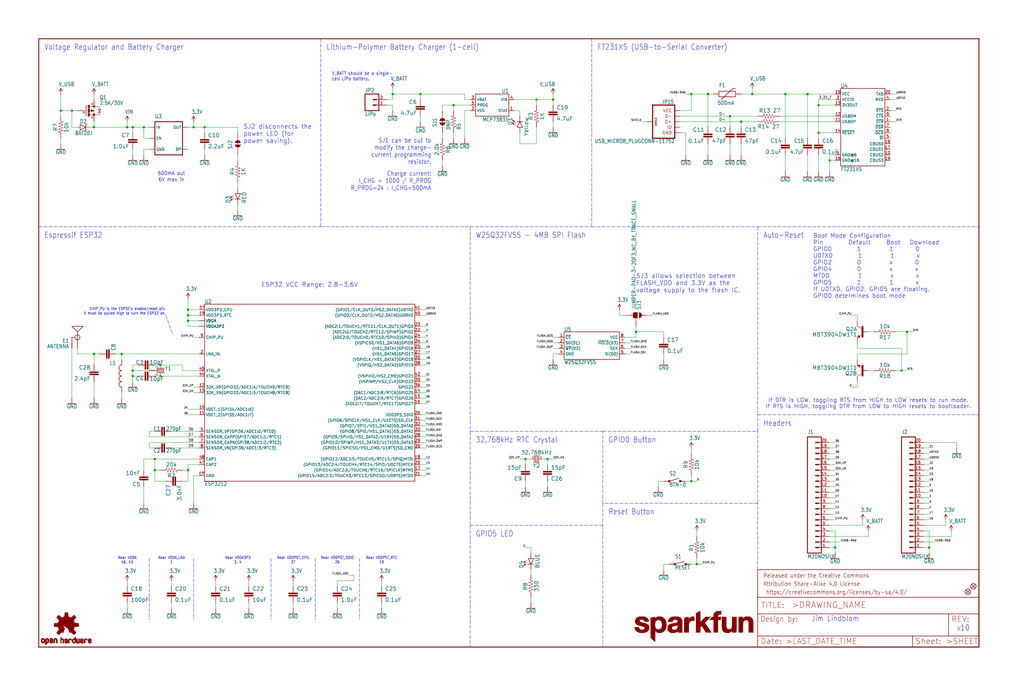
<source format=kicad_sch>
(kicad_sch (version 20211123) (generator eeschema)
  (paper "User" 470.306 317.906)
  (lib_symbols
    (symbol "esp32-thing-eagle-import:0.1UF-0603-25V-(+80{slash}-20%)"
      (property "Reference" "C" (at 1.524 2.921 0))
      (property "Value" "0.1UF-0603-25V-(+80{slash}-20%)" (at 1.524 -2.159 0))
      (symbol "0.1UF-0603-25V-(+80{slash}-20%)_1_0"
        (pin passive line (at 0 5.08 270) (length 2.54) (name "1") (number "1"))
        (pin passive line (at 0 -2.54 90) (length 2.54) (name "2") (number "2"))
      )
    )
    (symbol "esp32-thing-eagle-import:1.0UF-0603-16V-10%"
      (property "Reference" "C" (at 1.524 2.921 0))
      (property "Value" "1.0UF-0603-16V-10%" (at 1.524 -2.159 0))
      (symbol "1.0UF-0603-16V-10%_1_0"
        (pin passive line (at 0 5.08 270) (length 2.54) (name "1") (number "1"))
        (pin passive line (at 0 -2.54 90) (length 2.54) (name "2") (number "2"))
      )
    )
    (symbol "esp32-thing-eagle-import:1.0UF-0805-25V-(+80{slash}-20%)"
      (property "Reference" "C" (at 1.524 2.921 0))
      (property "Value" "1.0UF-0805-25V-(+80{slash}-20%)" (at 1.524 -2.159 0))
      (symbol "1.0UF-0805-25V-(+80{slash}-20%)_1_0"
        (pin passive line (at 0 5.08 270) (length 2.54) (name "1") (number "1"))
        (pin passive line (at 0 -2.54 90) (length 2.54) (name "2") (number "2"))
      )
    )
    (symbol "esp32-thing-eagle-import:100PF-0603-50V-5%"
      (property "Reference" "C" (at 1.524 2.921 0))
      (property "Value" "100PF-0603-50V-5%" (at 1.524 -2.159 0))
      (symbol "100PF-0603-50V-5%_1_0"
        (pin passive line (at 0 5.08 270) (length 2.54) (name "1") (number "1"))
        (pin passive line (at 0 -2.54 90) (length 2.54) (name "2") (number "2"))
      )
    )
    (symbol "esp32-thing-eagle-import:10KOHM-0603-1{slash}10W-1%"
      (property "Reference" "R" (at 0 1.524 0))
      (property "Value" "10KOHM-0603-1{slash}10W-1%" (at 0 -1.524 0))
      (symbol "10KOHM-0603-1{slash}10W-1%_1_0"
        (pin passive line (at -5.08 0 0) (length 2.54) (name "1") (number "1"))
        (pin passive line (at 5.08 0 180) (length 2.54) (name "2") (number "2"))
      )
    )
    (symbol "esp32-thing-eagle-import:10KOHM-1{slash}10W-1%(0603)0603"
      (property "Reference" "R" (at 0 1.524 0))
      (property "Value" "10KOHM-1{slash}10W-1%(0603)0603" (at 0 -1.524 0))
      (symbol "10KOHM-1{slash}10W-1%(0603)0603_1_0"
        (pin passive line (at -5.08 0 0) (length 2.54) (name "1") (number "1"))
        (pin passive line (at 5.08 0 180) (length 2.54) (name "2") (number "2"))
      )
    )
    (symbol "esp32-thing-eagle-import:10NF-0603-50V-10%"
      (property "Reference" "C" (at 1.524 2.921 0))
      (property "Value" "10NF-0603-50V-10%" (at 1.524 -2.159 0))
      (symbol "10NF-0603-50V-10%_1_0"
        (pin passive line (at 0 5.08 270) (length 2.54) (name "1") (number "1"))
        (pin passive line (at 0 -2.54 90) (length 2.54) (name "2") (number "2"))
      )
    )
    (symbol "esp32-thing-eagle-import:10PF-0603-50V-5%"
      (property "Reference" "C" (at 1.524 2.921 0))
      (property "Value" "10PF-0603-50V-5%" (at 1.524 -2.159 0))
      (symbol "10PF-0603-50V-5%_1_0"
        (pin passive line (at 0 5.08 270) (length 2.54) (name "1") (number "1"))
        (pin passive line (at 0 -2.54 90) (length 2.54) (name "2") (number "2"))
      )
    )
    (symbol "esp32-thing-eagle-import:10UF-0603-6.3V-20%"
      (property "Reference" "C" (at 1.524 2.921 0))
      (property "Value" "10UF-0603-6.3V-20%" (at 1.524 -2.159 0))
      (symbol "10UF-0603-6.3V-20%_1_0"
        (pin passive line (at 0 5.08 270) (length 2.54) (name "1") (number "1"))
        (pin passive line (at 0 -2.54 90) (length 2.54) (name "2") (number "2"))
      )
    )
    (symbol "esp32-thing-eagle-import:15PF-0603-50V-5%"
      (property "Reference" "C" (at 1.524 2.921 0))
      (property "Value" "15PF-0603-50V-5%" (at 1.524 -2.159 0))
      (symbol "15PF-0603-50V-5%_1_0"
        (pin passive line (at 0 5.08 270) (length 2.54) (name "1") (number "1"))
        (pin passive line (at 0 -2.54 90) (length 2.54) (name "2") (number "2"))
      )
    )
    (symbol "esp32-thing-eagle-import:1KOHM-1{slash}10W-1%(0603)"
      (property "Reference" "R" (at 0 1.524 0))
      (property "Value" "1KOHM-1{slash}10W-1%(0603)" (at 0 -1.524 0))
      (symbol "1KOHM-1{slash}10W-1%(0603)_1_0"
        (pin passive line (at -5.08 0 0) (length 2.54) (name "1") (number "1"))
        (pin passive line (at 5.08 0 180) (length 2.54) (name "2") (number "2"))
      )
    )
    (symbol "esp32-thing-eagle-import:2.0KOHM1{slash}10W5%(0603)"
      (property "Reference" "R" (at 0 1.524 0))
      (property "Value" "2.0KOHM1{slash}10W5%(0603)" (at 0 -1.524 0))
      (symbol "2.0KOHM1{slash}10W5%(0603)_1_0"
        (pin passive line (at -5.08 0 0) (length 2.54) (name "1") (number "1"))
        (pin passive line (at 5.08 0 180) (length 2.54) (name "2") (number "2"))
      )
    )
    (symbol "esp32-thing-eagle-import:2.2UF-0603-10V-20%"
      (property "Reference" "C" (at 1.524 2.921 0))
      (property "Value" "2.2UF-0603-10V-20%" (at 1.524 -2.159 0))
      (symbol "2.2UF-0603-10V-20%_1_0"
        (pin passive line (at 0 5.08 270) (length 2.54) (name "1") (number "1"))
        (pin passive line (at 0 -2.54 90) (length 2.54) (name "2") (number "2"))
      )
    )
    (symbol "esp32-thing-eagle-import:2.4PF-0603-50V-5%"
      (property "Reference" "C" (at 1.524 2.921 0))
      (property "Value" "2.4PF-0603-50V-5%" (at 1.524 -2.159 0))
      (symbol "2.4PF-0603-50V-5%_1_0"
        (pin passive line (at 0 5.08 270) (length 2.54) (name "1") (number "1"))
        (pin passive line (at 0 -2.54 90) (length 2.54) (name "2") (number "2"))
      )
    )
    (symbol "esp32-thing-eagle-import:20KOHM-0603-1{slash}10W-1%"
      (property "Reference" "R" (at 0 1.524 0))
      (property "Value" "20KOHM-0603-1{slash}10W-1%" (at 0 -1.524 0))
      (symbol "20KOHM-0603-1{slash}10W-1%_1_0"
        (pin passive line (at -5.08 0 0) (length 2.54) (name "1") (number "1"))
        (pin passive line (at 5.08 0 180) (length 2.54) (name "2") (number "2"))
      )
    )
    (symbol "esp32-thing-eagle-import:270PF-50V-5%(0603)"
      (property "Reference" "C" (at 1.524 2.921 0))
      (property "Value" "270PF-50V-5%(0603)" (at 1.524 -2.159 0))
      (symbol "270PF-50V-5%(0603)_1_0"
        (pin passive line (at 0 5.08 270) (length 2.54) (name "1") (number "1"))
        (pin passive line (at 0 -2.54 90) (length 2.54) (name "2") (number "2"))
      )
    )
    (symbol "esp32-thing-eagle-import:27OHM1{slash}10W1%(0603)0603-RES"
      (property "Reference" "R" (at 0 1.524 0))
      (property "Value" "27OHM1{slash}10W1%(0603)0603-RES" (at 0 -1.524 0))
      (symbol "27OHM1{slash}10W1%(0603)0603-RES_1_0"
        (pin passive line (at -5.08 0 0) (length 2.54) (name "1") (number "1"))
        (pin passive line (at 5.08 0 180) (length 2.54) (name "2") (number "2"))
      )
    )
    (symbol "esp32-thing-eagle-import:3.0NF-0603-50V-5%"
      (property "Reference" "C" (at 1.524 2.921 0))
      (property "Value" "3.0NF-0603-50V-5%" (at 1.524 -2.159 0))
      (symbol "3.0NF-0603-50V-5%_1_0"
        (pin passive line (at 0 5.08 270) (length 2.54) (name "1") (number "1"))
        (pin passive line (at 0 -2.54 90) (length 2.54) (name "2") (number "2"))
      )
    )
    (symbol "esp32-thing-eagle-import:3.3V" (power)
      (property "Value" "3.3V" (at -1.016 3.556 0))
      (symbol "3.3V_1_0"
        (pin power_in line (at 0 0 90) (length 2.54) (name "3.3V") (number "1"))
      )
    )
    (symbol "esp32-thing-eagle-import:330OHM1{slash}10W1%(0603)"
      (property "Reference" "R" (at 0 1.524 0))
      (property "Value" "330OHM1{slash}10W1%(0603)" (at 0 -1.524 0))
      (symbol "330OHM1{slash}10W1%(0603)_1_0"
        (pin passive line (at -5.08 0 0) (length 2.54) (name "1") (number "1"))
        (pin passive line (at 5.08 0 180) (length 2.54) (name "2") (number "2"))
      )
    )
    (symbol "esp32-thing-eagle-import:4.7UF-6.3V-10%(0603)0603"
      (property "Reference" "C" (at 1.524 2.921 0))
      (property "Value" "4.7UF-6.3V-10%(0603)0603" (at 1.524 -2.159 0))
      (symbol "4.7UF-6.3V-10%(0603)0603_1_0"
        (pin passive line (at 0 5.08 270) (length 2.54) (name "1") (number "1"))
        (pin passive line (at 0 -2.54 90) (length 2.54) (name "2") (number "2"))
      )
    )
    (symbol "esp32-thing-eagle-import:4.7UF0603"
      (property "Reference" "C" (at 1.524 2.921 0))
      (property "Value" "4.7UF0603" (at 1.524 -2.159 0))
      (symbol "4.7UF0603_1_0"
        (pin passive line (at 0 5.08 270) (length 2.54) (name "1") (number "1"))
        (pin passive line (at 0 -2.54 90) (length 2.54) (name "2") (number "2"))
      )
    )
    (symbol "esp32-thing-eagle-import:47PF-0603-50V-5%"
      (property "Reference" "C" (at 1.524 2.921 0))
      (property "Value" "47PF-0603-50V-5%" (at 1.524 -2.159 0))
      (symbol "47PF-0603-50V-5%_1_0"
        (pin passive line (at 0 5.08 270) (length 2.54) (name "1") (number "1"))
        (pin passive line (at 0 -2.54 90) (length 2.54) (name "2") (number "2"))
      )
    )
    (symbol "esp32-thing-eagle-import:5.6PF-50V-5%(0603)"
      (property "Reference" "C" (at 1.524 2.921 0))
      (property "Value" "5.6PF-50V-5%(0603)" (at 1.524 -2.159 0))
      (symbol "5.6PF-50V-5%(0603)_1_0"
        (pin passive line (at 0 5.08 270) (length 2.54) (name "1") (number "1"))
        (pin passive line (at 0 -2.54 90) (length 2.54) (name "2") (number "2"))
      )
    )
    (symbol "esp32-thing-eagle-import:ANTENNATRACE-TUNED"
      (property "Reference" "E" (at 3.81 -7.62 0))
      (property "Value" "ANTENNATRACE-TUNED" (at 3.81 -10.16 0))
      (symbol "ANTENNATRACE-TUNED_1_0"
        (pin bidirectional line (at 0 -10.16 90) (length 2.54) (name "SIGNAL") (number "ANT"))
        (pin bidirectional line (at 2.54 -10.16 90) (length 2.54) (name "GND") (number "GND"))
        (pin bidirectional line (at 2.54 -10.16 90) (length 2.54) (name "GND") (number "GND2"))
      )
    )
    (symbol "esp32-thing-eagle-import:CRYSTAL-32.768KHZSMD-3.2X1.5"
      (property "Reference" "Y" (at 0 2.032 0))
      (property "Value" "CRYSTAL-32.768KHZSMD-3.2X1.5" (at 0 -2.032 0))
      (symbol "CRYSTAL-32.768KHZSMD-3.2X1.5_1_0"
        (text "1" (at -2.159 -1.143 0) (effects (font (size 0.8636 0.734)) (justify left bottom)))
        (text "2" (at 1.524 -1.143 0) (effects (font (size 0.8636 0.734)) (justify left bottom)))
        (pin passive line (at -2.54 0 0) (length 0) (name "1") (number "P$1"))
        (pin passive line (at 2.54 0 180) (length 0) (name "2") (number "P$2"))
      )
    )
    (symbol "esp32-thing-eagle-import:CRYSTAL-GROUNDED3.2X2.5"
      (property "Reference" "Y" (at 2.54 2.54 0))
      (property "Value" "CRYSTAL-GROUNDED3.2X2.5" (at 2.54 -2.54 0))
      (symbol "CRYSTAL-GROUNDED3.2X2.5_1_0"
        (text "1" (at -2.159 -1.143 0) (effects (font (size 0.8636 0.734)) (justify left bottom)))
        (text "2" (at 1.524 -1.143 0) (effects (font (size 0.8636 0.734)) (justify left bottom)))
        (pin passive line (at -2.54 0 0) (length 0) (name "1") (number "1"))
        (pin passive line (at 0 -5.08 90) (length 2.54) (name "GND") (number "2"))
        (pin passive line (at 2.54 0 180) (length 0) (name "2") (number "3"))
        (pin passive line (at 0 -5.08 90) (length 2.54) (name "GND") (number "4"))
      )
    )
    (symbol "esp32-thing-eagle-import:DIODE-SCHOTTKY-BAT20J"
      (property "Reference" "D" (at 2.54 0.4826 0))
      (property "Value" "DIODE-SCHOTTKY-BAT20J" (at 2.54 -2.3114 0))
      (symbol "DIODE-SCHOTTKY-BAT20J_1_0"
        (pin passive line (at -2.54 0 0) (length 0) (name "A") (number "A"))
        (pin passive line (at 2.54 0 180) (length 0) (name "C") (number "C"))
      )
    )
    (symbol "esp32-thing-eagle-import:ESP3212"
      (property "Reference" "U" (at -48.26 40.894 0))
      (property "Value" "ESP3212" (at -48.26 -40.894 0))
      (symbol "ESP3212_1_0"
        (pin bidirectional line (at -50.8 33.02 0) (length 2.54) (name "VDDA") (number "1"))
        (pin bidirectional line (at -50.8 -7.62 0) (length 2.54) (name "VDET_1(GPI34/ADC1:6)") (number "10"))
        (pin bidirectional line (at -50.8 -10.16 0) (length 2.54) (name "VDET_2(GPI35/ADC1:7)") (number "11"))
        (pin bidirectional line (at -50.8 2.54 0) (length 2.54) (name "32K_XP(GPIO32/ADC1:4/TOUCH9/RTC9)") (number "12"))
        (pin bidirectional line (at -50.8 0 0) (length 2.54) (name "32K_XN(GPIO33/ADC1:5/TOUCH8/RTC8)") (number "13"))
        (pin bidirectional line (at 50.8 0 180) (length 2.54) (name "(DAC1/ADC2:8/RTC6)GPIO25") (number "14"))
        (pin bidirectional line (at 50.8 -2.54 180) (length 2.54) (name "(DAC2/ADC2:9/RTC7)GPIO26") (number "15"))
        (pin bidirectional line (at 50.8 -5.08 180) (length 2.54) (name "(ADC2:7/TOUCH7/RTC17)GPIO27") (number "16"))
        (pin bidirectional line (at 50.8 -35.56 180) (length 2.54) (name "(GPIO14/ADC2:6/TOUCH6/RTC16/SPICLK)MTMS") (number "17"))
        (pin bidirectional line (at 50.8 -30.48 180) (length 2.54) (name "(GPIO12/ADC2:5/TOUCH5/RTC15/SPIQ)MTDI") (number "18"))
        (pin bidirectional line (at -50.8 35.56 0) (length 2.54) (name "VDD3P3_RTC") (number "19"))
        (pin bidirectional line (at -50.8 17.78 0) (length 2.54) (name "LNA_IN") (number "2"))
        (pin bidirectional line (at 50.8 -33.02 180) (length 2.54) (name "(GPIO13/ADC2:4/TOUCH4/RTC14/SPID/U0CTS)MTCK") (number "20"))
        (pin bidirectional line (at 50.8 -38.1 180) (length 2.54) (name "(GPIO15/ADC2:3/TOUCH3/RTC13/SPICSO/U0RTS)MTDO") (number "21"))
        (pin bidirectional line (at 50.8 27.94 180) (length 2.54) (name "(ADC2:2/TOUCH2/RTC12/SPIWP)GPIO2") (number "22"))
        (pin bidirectional line (at 50.8 30.48 180) (length 2.54) (name "(ADC2:1/TOUCH1/RTC11/CLK_OUT1)GPIO0") (number "23"))
        (pin bidirectional line (at 50.8 25.4 180) (length 2.54) (name "(ADC2:0/TOUCH0/RTC10/SPIHD)GPIO4") (number "24"))
        (pin bidirectional line (at 50.8 20.32 180) (length 2.54) (name "(HS1_DATA4)GPIO16") (number "25"))
        (pin bidirectional line (at 50.8 -10.16 180) (length 2.54) (name "VDD3P3_SDIO") (number "26"))
        (pin bidirectional line (at 50.8 17.78 180) (length 2.54) (name "(HS1_DATA5)GPIO17") (number "27"))
        (pin bidirectional line (at 50.8 -20.32 180) (length 2.54) (name "(GPIO9/SPIHD/HS1_DATA2/U1RX)SD_DATA2") (number "28"))
        (pin bidirectional line (at 50.8 -22.86 180) (length 2.54) (name "(GPIO10/SPIWP/HS1_DATA3/U1TX)SD_DATA3") (number "29"))
        (pin bidirectional line (at -50.8 30.48 0) (length 2.54) (name "VDDA3P3") (number "3"))
        (pin bidirectional line (at 50.8 -25.4 180) (length 2.54) (name "(GPIO11/SPICSO/HS1_CMD/U1RTS)SD_CMD") (number "30"))
        (pin bidirectional line (at 50.8 -12.7 180) (length 2.54) (name "(GPIO6/SPICLK/HS1_CLK/U1CTS)SD_CLK") (number "31"))
        (pin bidirectional line (at 50.8 -15.24 180) (length 2.54) (name "(GPIO7/SPI1/HS1_DATA0)SD_DATA0") (number "32"))
        (pin bidirectional line (at 50.8 -17.78 180) (length 2.54) (name "(GPIO8/SPID/HS1_DATA1)SD_DATA1") (number "33"))
        (pin bidirectional line (at 50.8 22.86 180) (length 2.54) (name "(VSPICS0/HS1_DATA6)GPIO5") (number "34"))
        (pin bidirectional line (at 50.8 15.24 180) (length 2.54) (name "(VSPICLK/HS1_DATA7)GPIO18") (number "35"))
        (pin bidirectional line (at 50.8 2.54 180) (length 2.54) (name "GPIO23") (number "36"))
        (pin bidirectional line (at -50.8 38.1 0) (length 2.54) (name "VDD3P3_CPU") (number "37"))
        (pin bidirectional line (at 50.8 12.7 180) (length 2.54) (name "(VSPIQ/HS2_DATA2)GPIO19") (number "38"))
        (pin bidirectional line (at 50.8 5.08 180) (length 2.54) (name "(VSPIWP/HS2_CLK)GPIO22") (number "39"))
        (pin bidirectional line (at -50.8 30.48 0) (length 2.54) (name "VDDA3P3") (number "4"))
        (pin bidirectional line (at 50.8 35.56 180) (length 2.54) (name "(GPIO3/CLK_OUT2/HS2_DATA0)U0RXD") (number "40"))
        (pin bidirectional line (at 50.8 38.1 180) (length 2.54) (name "(GPIO1/CLK_OUT3/HS2_DATA1)U0TXD") (number "41"))
        (pin bidirectional line (at 50.8 7.62 180) (length 2.54) (name "(VSPIHD/HS2_CMD)GPIO21") (number "42"))
        (pin bidirectional line (at -50.8 33.02 0) (length 2.54) (name "VDDA") (number "43"))
        (pin bidirectional line (at -50.8 7.62 0) (length 2.54) (name "XTAL_N") (number "44"))
        (pin bidirectional line (at -50.8 10.16 0) (length 2.54) (name "XTAL_P") (number "45"))
        (pin bidirectional line (at -50.8 33.02 0) (length 2.54) (name "VDDA") (number "46"))
        (pin bidirectional line (at -50.8 -33.02 0) (length 2.54) (name "CAP2") (number "47"))
        (pin bidirectional line (at -50.8 -30.48 0) (length 2.54) (name "CAP1") (number "48"))
        (pin bidirectional line (at -50.8 -17.78 0) (length 2.54) (name "SENSOR_VP(GPI36/ADC1:0/RTC0)") (number "5"))
        (pin bidirectional line (at -50.8 -20.32 0) (length 2.54) (name "SENSOR_CAPP(GPI37/ADC1:1/RTC1)") (number "6"))
        (pin bidirectional line (at -50.8 -22.86 0) (length 2.54) (name "SENSOR_CAPN(GPI38/ADC1:2/RTC2)") (number "7"))
        (pin bidirectional line (at -50.8 -25.4 0) (length 2.54) (name "SENSOR_VN(GPI39/ADC1:3/RTC3)") (number "8"))
        (pin bidirectional line (at -50.8 25.4 0) (length 2.54) (name "CHIP_PU") (number "9"))
        (pin bidirectional line (at -50.8 -38.1 0) (length 2.54) (name "GND") (number "EP"))
      )
    )
    (symbol "esp32-thing-eagle-import:FIDUCIALUFIDUCIAL")
    (symbol "esp32-thing-eagle-import:FRAME-LEDGER"
      (symbol "FRAME-LEDGER_2_0"
        (text " https://creativecommons.org/licenses/by-sa/4.0/" (at 2.54 24.13 0) (effects (font (size 1.9304 1.6408)) (justify left bottom)))
        (text ">DRAWING_NAME" (at 15.494 17.78 0) (effects (font (size 2.7432 2.7432)) (justify left bottom)))
        (text ">LAST_DATE_TIME" (at 12.7 1.27 0) (effects (font (size 2.54 2.54)) (justify left bottom)))
        (text ">SHEET" (at 86.36 1.27 0) (effects (font (size 2.54 2.54)) (justify left bottom)))
        (text "Attribution Share-Alike 4.0 License" (at 2.54 27.94 0) (effects (font (size 1.9304 1.6408)) (justify left bottom)))
        (text "Date:" (at 1.27 1.27 0) (effects (font (size 2.54 2.54)) (justify left bottom)))
        (text "Design by:" (at 1.27 11.43 0) (effects (font (size 2.54 2.159)) (justify left bottom)))
        (text "Released under the Creative Commons" (at 2.54 31.75 0) (effects (font (size 1.9304 1.6408)) (justify left bottom)))
        (text "REV:" (at 88.9 11.43 0) (effects (font (size 2.54 2.54)) (justify left bottom)))
        (text "Sheet:" (at 72.39 1.27 0) (effects (font (size 2.54 2.54)) (justify left bottom)))
        (text "TITLE:" (at 1.524 17.78 0) (effects (font (size 2.54 2.54)) (justify left bottom)))
      )
    )
    (symbol "esp32-thing-eagle-import:FT231XS"
      (property "Reference" "U" (at -10.16 18.034 0))
      (property "Value" "FT231XS" (at -10.16 -18.288 0))
      (symbol "FT231XS_1_0"
        (pin bidirectional line (at 12.7 2.54 180) (length 2.54) (name "~{DTR}") (number "1"))
        (pin bidirectional line (at 12.7 -12.7 180) (length 2.54) (name "CBUS2") (number "10"))
        (pin bidirectional line (at -12.7 2.54 0) (length 2.54) (name "USBDP") (number "11"))
        (pin bidirectional line (at -12.7 5.08 0) (length 2.54) (name "USBDM") (number "12"))
        (pin bidirectional line (at -12.7 10.16 0) (length 2.54) (name "3V3OUT") (number "13"))
        (pin bidirectional line (at -12.7 -2.54 0) (length 2.54) (name "~{RESET}") (number "14"))
        (pin bidirectional line (at -12.7 15.24 0) (length 2.54) (name "VCC") (number "15"))
        (pin bidirectional line (at -12.7 -15.24 0) (length 2.54) (name "GND@16") (number "16"))
        (pin bidirectional line (at 12.7 -10.16 180) (length 2.54) (name "CBUS1") (number "17"))
        (pin bidirectional line (at 12.7 -7.62 180) (length 2.54) (name "CBUS0") (number "18"))
        (pin bidirectional line (at 12.7 -15.24 180) (length 2.54) (name "CBUS3") (number "19"))
        (pin bidirectional line (at 12.7 7.62 180) (length 2.54) (name "~{RTS}") (number "2"))
        (pin bidirectional line (at 12.7 15.24 180) (length 2.54) (name "TXD") (number "20"))
        (pin bidirectional line (at -12.7 12.7 0) (length 2.54) (name "VCCIO") (number "3"))
        (pin bidirectional line (at 12.7 12.7 180) (length 2.54) (name "RXD") (number "4"))
        (pin bidirectional line (at 12.7 -5.08 180) (length 2.54) (name "~{RI}") (number "5"))
        (pin bidirectional line (at -12.7 -12.7 0) (length 2.54) (name "GND@6") (number "6"))
        (pin bidirectional line (at 12.7 0 180) (length 2.54) (name "~{DSR}") (number "7"))
        (pin bidirectional line (at 12.7 -2.54 180) (length 2.54) (name "~{DCD}") (number "8"))
        (pin bidirectional line (at 12.7 5.08 180) (length 2.54) (name "~{CTS}") (number "9"))
      )
    )
    (symbol "esp32-thing-eagle-import:GND" (power)
      (property "Value" "GND" (at 0 -0.254 0))
      (symbol "GND_1_0"
        (pin power_in line (at 0 2.54 270) (length 2.54) (name "GND") (number "1"))
      )
    )
    (symbol "esp32-thing-eagle-import:INDUCTOR0603"
      (property "Reference" "L" (at 2.54 5.08 0))
      (property "Value" "INDUCTOR0603" (at 2.54 -5.08 0))
      (symbol "INDUCTOR0603_1_0"
        (pin passive line (at 0 7.62 270) (length 2.54) (name "1") (number "1"))
        (pin passive line (at 0 -7.62 90) (length 2.54) (name "2") (number "2"))
      )
    )
    (symbol "esp32-thing-eagle-import:JUMPER-PAD-2-NC_BY_TRACE"
      (property "Reference" "JP" (at -2.54 2.54 0))
      (property "Value" "JUMPER-PAD-2-NC_BY_TRACE" (at -2.54 -5.08 0))
      (symbol "JUMPER-PAD-2-NC_BY_TRACE_1_0"
        (pin passive line (at -5.08 0 0) (length 2.54) (name "1") (number "1"))
        (pin passive line (at 5.08 0 180) (length 2.54) (name "2") (number "2"))
      )
    )
    (symbol "esp32-thing-eagle-import:JUMPER-PAD-3-2OF3_NC_BY_TRACE_SMALL"
      (property "Reference" "JP" (at 2.54 0.381 0))
      (property "Value" "JUMPER-PAD-3-2OF3_NC_BY_TRACE_SMALL" (at 2.54 -1.905 0))
      (symbol "JUMPER-PAD-3-2OF3_NC_BY_TRACE_SMALL_1_0"
        (pin passive line (at 0 5.08 270) (length 2.54) (name "1") (number "1"))
        (pin passive line (at -5.08 0 0) (length 2.54) (name "2") (number "2"))
        (pin passive line (at 0 -5.08 90) (length 2.54) (name "3") (number "3"))
      )
    )
    (symbol "esp32-thing-eagle-import:LED-BLUE0603"
      (property "Reference" "D" (at -3.429 -4.572 90))
      (property "Value" "LED-BLUE0603" (at 1.905 -4.572 90))
      (symbol "LED-BLUE0603_1_0"
        (pin passive line (at 0 2.54 270) (length 2.54) (name "A") (number "A"))
        (pin passive line (at 0 -5.08 90) (length 2.54) (name "C") (number "C"))
      )
    )
    (symbol "esp32-thing-eagle-import:LED-RED0603"
      (property "Reference" "D" (at -3.429 -4.572 90))
      (property "Value" "LED-RED0603" (at 1.905 -4.572 90))
      (symbol "LED-RED0603_1_0"
        (pin passive line (at 0 2.54 270) (length 2.54) (name "A") (number "A"))
        (pin passive line (at 0 -5.08 90) (length 2.54) (name "C") (number "C"))
      )
    )
    (symbol "esp32-thing-eagle-import:LED-YELLOW0603"
      (property "Reference" "D" (at -3.429 -4.572 90))
      (property "Value" "LED-YELLOW0603" (at 1.905 -4.572 90))
      (symbol "LED-YELLOW0603_1_0"
        (pin passive line (at 0 2.54 270) (length 2.54) (name "A") (number "A"))
        (pin passive line (at 0 -5.08 90) (length 2.54) (name "C") (number "C"))
      )
    )
    (symbol "esp32-thing-eagle-import:M02JST-PTH-2"
      (property "Reference" "J" (at -2.54 5.842 0))
      (property "Value" "M02JST-PTH-2" (at -2.54 -5.08 0))
      (symbol "M02JST-PTH-2_1_0"
        (pin passive line (at 7.62 0 180) (length 5.08) (name "1") (number "1"))
        (pin passive line (at 7.62 2.54 180) (length 5.08) (name "2") (number "2"))
      )
    )
    (symbol "esp32-thing-eagle-import:M20NOSILK"
      (property "Reference" "J" (at 0 57.15 0))
      (property "Value" "M20NOSILK" (at 0 0 0))
      (symbol "M20NOSILK_1_0"
        (pin passive line (at 10.16 5.08 180) (length 5.08) (name "1") (number "1"))
        (pin passive line (at 10.16 27.94 180) (length 5.08) (name "10") (number "10"))
        (pin passive line (at 10.16 30.48 180) (length 5.08) (name "11") (number "11"))
        (pin passive line (at 10.16 33.02 180) (length 5.08) (name "12") (number "12"))
        (pin passive line (at 10.16 35.56 180) (length 5.08) (name "13") (number "13"))
        (pin passive line (at 10.16 38.1 180) (length 5.08) (name "14") (number "14"))
        (pin passive line (at 10.16 40.64 180) (length 5.08) (name "15") (number "15"))
        (pin passive line (at 10.16 43.18 180) (length 5.08) (name "16") (number "16"))
        (pin passive line (at 10.16 45.72 180) (length 5.08) (name "17") (number "17"))
        (pin passive line (at 10.16 48.26 180) (length 5.08) (name "18") (number "18"))
        (pin passive line (at 10.16 50.8 180) (length 5.08) (name "19") (number "19"))
        (pin passive line (at 10.16 7.62 180) (length 5.08) (name "2") (number "2"))
        (pin passive line (at 10.16 53.34 180) (length 5.08) (name "20") (number "20"))
        (pin passive line (at 10.16 10.16 180) (length 5.08) (name "3") (number "3"))
        (pin passive line (at 10.16 12.7 180) (length 5.08) (name "4") (number "4"))
        (pin passive line (at 10.16 15.24 180) (length 5.08) (name "5") (number "5"))
        (pin passive line (at 10.16 17.78 180) (length 5.08) (name "6") (number "6"))
        (pin passive line (at 10.16 20.32 180) (length 5.08) (name "7") (number "7"))
        (pin passive line (at 10.16 22.86 180) (length 5.08) (name "8") (number "8"))
        (pin passive line (at 10.16 25.4 180) (length 5.08) (name "9") (number "9"))
      )
    )
    (symbol "esp32-thing-eagle-import:MBT3904DW1T1"
      (property "Reference" "Q" (at 2.54 1.27 0))
      (property "Value" "MBT3904DW1T1" (at 2.54 -1.27 0))
      (symbol "MBT3904DW1T1_1_0"
        (pin passive line (at 2.54 5.08 270) (length 2.54) (name "C") (number "3"))
        (pin passive line (at 2.54 -5.08 90) (length 2.54) (name "E") (number "4"))
        (pin passive line (at -2.54 0 0) (length 2.54) (name "B") (number "5"))
      )
      (symbol "MBT3904DW1T1_2_0"
        (pin passive line (at 2.54 -5.08 90) (length 2.54) (name "E") (number "1"))
        (pin passive line (at -2.54 0 0) (length 2.54) (name "B") (number "2"))
        (pin passive line (at 2.54 5.08 270) (length 2.54) (name "C") (number "6"))
      )
    )
    (symbol "esp32-thing-eagle-import:MCP73831"
      (property "Reference" "U" (at -7.62 5.588 0))
      (property "Value" "MCP73831" (at -7.62 -7.62 0))
      (symbol "MCP73831_1_0"
        (pin output line (at -10.16 -2.54 0) (length 2.54) (name "STAT") (number "1"))
        (pin power_in line (at 10.16 -2.54 180) (length 2.54) (name "VSS") (number "2"))
        (pin power_in line (at 10.16 2.54 180) (length 2.54) (name "VBAT") (number "3"))
        (pin power_in line (at -10.16 2.54 0) (length 2.54) (name "VIN") (number "4"))
        (pin input line (at 10.16 0 180) (length 2.54) (name "PROG") (number "5"))
      )
    )
    (symbol "esp32-thing-eagle-import:MOSFET-PCHANNELDMG2307L"
      (property "Reference" "Q" (at 5.08 2.54 0))
      (property "Value" "MOSFET-PCHANNELDMG2307L" (at 5.08 0 0))
      (symbol "MOSFET-PCHANNELDMG2307L_1_0"
        (text "D" (at -1.27 2.54 0) (effects (font (size 0.8128 0.6908)) (justify left bottom)))
        (text "G" (at -5.08 -1.27 0) (effects (font (size 0.8128 0.6908)) (justify left bottom)))
        (text "S" (at -1.27 -3.556 0) (effects (font (size 0.8128 0.6908)) (justify left bottom)))
        (pin passive line (at -7.62 0 0) (length 2.54) (name "G") (number "1"))
        (pin passive line (at 0 -5.08 90) (length 2.54) (name "S") (number "2"))
        (pin passive line (at 0 5.08 270) (length 2.54) (name "D") (number "3"))
      )
    )
    (symbol "esp32-thing-eagle-import:OSHW-LOGOMINI")
    (symbol "esp32-thing-eagle-import:PTCSMD"
      (property "Reference" "F" (at -2.54 3.048 0))
      (property "Value" "PTCSMD" (at -3.302 -5.08 0))
      (symbol "PTCSMD_1_0"
        (pin bidirectional line (at -5.08 0 0) (length 2.54) (name "1") (number "1"))
        (pin bidirectional line (at 7.62 0 180) (length 2.54) (name "2") (number "2"))
      )
    )
    (symbol "esp32-thing-eagle-import:RESISTORPTH-1{slash}6W"
      (property "Reference" "R" (at -3.81 1.4986 0))
      (property "Value" "RESISTORPTH-1{slash}6W" (at -3.81 -3.302 0))
      (symbol "RESISTORPTH-1{slash}6W_1_0"
        (pin passive line (at -5.08 0 0) (length 2.54) (name "1") (number "1"))
        (pin passive line (at 5.08 0 180) (length 2.54) (name "2") (number "2"))
      )
    )
    (symbol "esp32-thing-eagle-import:SFE_LOGO_NAME.2_INCH")
    (symbol "esp32-thing-eagle-import:SWITCH-MOMENTARY-2SMD-4.6X2.8MM"
      (property "Reference" "S" (at -2.54 2.54 0))
      (property "Value" "SWITCH-MOMENTARY-2SMD-4.6X2.8MM" (at -2.54 -2.54 0))
      (symbol "SWITCH-MOMENTARY-2SMD-4.6X2.8MM_1_0"
        (pin passive line (at -5.08 0 0) (length 2.54) (name "1") (number "1"))
        (pin passive line (at -5.08 0 0) (length 2.54) (name "1") (number "2"))
        (pin passive line (at 5.08 0 180) (length 2.54) (name "2") (number "3"))
        (pin passive line (at 5.08 0 180) (length 2.54) (name "2") (number "4"))
      )
    )
    (symbol "esp32-thing-eagle-import:USB_MICROB_PLUGCONN-11752"
      (property "Reference" "J" (at -4.826 8.128 0))
      (property "Value" "USB_MICROB_PLUGCONN-11752" (at -5.08 -9.906 0))
      (symbol "USB_MICROB_PLUGCONN-11752_1_0"
        (text "D+" (at -3.81 0 0) (effects (font (size 1.4224 1.4224)) (justify left)))
        (text "D-" (at -3.81 2.54 0) (effects (font (size 1.4224 1.4224)) (justify left)))
        (text "GND" (at -3.81 -5.08 0) (effects (font (size 1.4224 1.4224)) (justify left)))
        (text "ID" (at -3.81 -2.54 0) (effects (font (size 1.4224 1.4224)) (justify left)))
        (text "SHIELD" (at 4.064 0 900) (effects (font (size 0.8128 0.6908)) (justify bottom)))
        (text "VCC" (at -3.81 5.08 0) (effects (font (size 1.4224 1.4224)) (justify left)))
        (pin bidirectional line (at -7.62 0 0) (length 2.54) (name "D+") (number "D+"))
        (pin bidirectional line (at -7.62 2.54 0) (length 2.54) (name "D-") (number "D-"))
        (pin bidirectional line (at -7.62 -5.08 0) (length 2.54) (name "GND") (number "GND"))
        (pin bidirectional line (at -7.62 -2.54 0) (length 2.54) (name "ID") (number "ID"))
        (pin bidirectional line (at 7.62 0 180) (length 2.54) (name "SHIELD") (number "SHIELD1"))
        (pin bidirectional line (at 7.62 0 180) (length 2.54) (name "SHIELD") (number "SHIELD2"))
        (pin bidirectional line (at 7.62 0 180) (length 2.54) (name "SHIELD") (number "SHIELD3"))
        (pin bidirectional line (at -7.62 5.08 0) (length 2.54) (name "VCC") (number "VBUS"))
      )
    )
    (symbol "esp32-thing-eagle-import:VIN" (power)
      (property "Value" "VIN" (at -1.016 3.556 0))
      (symbol "VIN_1_0"
        (pin power_in line (at 0 0 90) (length 2.54) (name "VIN") (number "1"))
      )
    )
    (symbol "esp32-thing-eagle-import:V_BATT" (power)
      (property "Value" "V_BATT" (at -1.016 3.556 0))
      (symbol "V_BATT_1_0"
        (pin power_in line (at 0 0 90) (length 2.54) (name "V_BATT") (number "1"))
      )
    )
    (symbol "esp32-thing-eagle-import:V_REG_LDOSMD"
      (property "Reference" "U" (at -7.62 9.144 0))
      (property "Value" "V_REG_LDOSMD" (at -7.62 -11.43 0))
      (symbol "V_REG_LDOSMD_1_0"
        (pin input line (at -10.16 5.08 0) (length 2.54) (name "IN") (number "1"))
        (pin input line (at -10.16 -5.08 0) (length 2.54) (name "GND") (number "2"))
        (pin input line (at -10.16 0 0) (length 2.54) (name "EN") (number "3"))
        (pin input line (at 7.62 -5.08 180) (length 2.54) (name "BP") (number "4"))
        (pin passive line (at 7.62 5.08 180) (length 2.54) (name "OUT") (number "5"))
      )
    )
    (symbol "esp32-thing-eagle-import:V_USB" (power)
      (property "Value" "V_USB" (at -1.016 3.556 0))
      (symbol "V_USB_1_0"
        (pin power_in line (at 0 0 90) (length 2.54) (name "V_USB") (number "1"))
      )
    )
    (symbol "esp32-thing-eagle-import:W25Q32FVSS"
      (property "Reference" "U" (at -12.7 5.334 0))
      (property "Value" "W25Q32FVSS" (at -12.7 -7.874 0))
      (symbol "W25Q32FVSS_1_0"
        (pin bidirectional line (at -15.24 2.54 0) (length 2.54) (name "~{CS}") (number "1"))
        (pin bidirectional line (at -15.24 0 0) (length 2.54) (name "SO(D1)") (number "2"))
        (pin bidirectional line (at -15.24 -2.54 0) (length 2.54) (name "~{WP}(D2)") (number "3"))
        (pin bidirectional line (at -15.24 -5.08 0) (length 2.54) (name "GND") (number "4"))
        (pin bidirectional line (at 15.24 -5.08 180) (length 2.54) (name "SI(D0)") (number "5"))
        (pin bidirectional line (at 15.24 -2.54 180) (length 2.54) (name "SCK") (number "6"))
        (pin bidirectional line (at 15.24 0 180) (length 2.54) (name "~{HOLD}(D3)") (number "7"))
        (pin bidirectional line (at 15.24 2.54 180) (length 2.54) (name "VCC") (number "8"))
      )
    )
  )
  (junction (at 33.02 50.8))
  (junction (at 27.94 50.8))
  (junction (at 292.1 152.4))
  (junction (at 86.36 144.78))
  (junction (at 317.5 43.18))
  (junction (at 180.34 43.18))
  (junction (at 320.04 259.08))
  (junction (at 370.84 43.18))
  (junction (at 88.9 58.42))
  (junction (at 86.36 147.32))
  (junction (at 254 45.72))
  (junction (at 360.68 43.18))
  (junction (at 340.36 55.88))
  (junction (at 383.54 251.46))
  (junction (at 246.38 45.72))
  (junction (at 208.28 48.26))
  (junction (at 71.12 215.9))
  (junction (at 73.66 167.64))
  (junction (at 416.56 152.4))
  (junction (at 86.36 142.24))
  (junction (at 335.28 53.34))
  (junction (at 73.66 172.72))
  (junction (at 58.42 58.42))
  (junction (at 345.44 43.18))
  (junction (at 325.12 43.18))
  (junction (at 426.72 251.46))
  (junction (at 60.96 58.42))
  (junction (at 375.92 48.26))
  (junction (at 414.02 170.18))
  (junction (at 375.92 60.96))
  (junction (at 317.5 220.98))
  (junction (at 251.46 210.82))
  (junction (at 43.18 162.56))
  (junction (at 66.04 58.42))
  (junction (at 43.18 58.42))
  (junction (at 71.12 210.82))
  (junction (at 60.96 172.72))
  (junction (at 381 73.66))
  (junction (at 93.98 58.42))
  (junction (at 193.04 43.18))
  (junction (at 60.96 170.18))
  (junction (at 241.3 210.82))
  (junction (at 86.36 215.9))
  (junction (at 55.88 162.56))
  (wire (pts (xy 193.04 185.42) (xy 195.58 185.42)))
  (wire (pts (xy 88.9 218.44) (xy 88.9 231.14)))
  (wire (pts (xy 307.34 259.08) (xy 304.8 259.08)))
  (wire (pts (xy 393.7 165.1) (xy 393.7 162.56)))
  (wire (pts (xy 33.02 160.02) (xy 33.02 182.88)))
  (wire (pts (xy 43.18 55.88) (xy 43.18 58.42)))
  (wire (pts (xy 370.84 78.74) (xy 370.84 71.12)))
  (wire (pts (xy 426.72 251.46) (xy 426.72 254)))
  (wire (pts (xy 154.94 279.4) (xy 154.94 276.86)))
  (wire (pts (xy 287.02 144.78) (xy 284.48 144.78)))
  (wire (pts (xy 414.02 170.18) (xy 414.02 160.02)))
  (wire (pts (xy 193.04 43.18) (xy 213.36 43.18)))
  (wire (pts (xy 154.94 269.24) (xy 154.94 266.7)))
  (wire (pts (xy 304.8 165.1) (xy 304.8 162.56)))
  (wire (pts (xy 317.5 43.18) (xy 325.12 43.18)))
  (wire (pts (xy 251.46 223.52) (xy 251.46 220.98)))
  (wire (pts (xy 424.18 233.68) (xy 426.72 233.68)))
  (wire (pts (xy 63.5 167.64) (xy 60.96 167.64)))
  (polyline (pts (xy 215.9 104.14) (xy 271.78 104.14)))
  (wire (pts (xy 320.04 259.08) (xy 322.58 259.08)))
  (wire (pts (xy 381 213.36) (xy 383.54 213.36)))
  (wire (pts (xy 93.98 58.42) (xy 109.22 58.42)))
  (wire (pts (xy 370.84 43.18) (xy 383.54 43.18)))
  (wire (pts (xy 238.76 50.8) (xy 238.76 53.34)))
  (wire (pts (xy 414.02 160.02) (xy 393.7 160.02)))
  (wire (pts (xy 383.54 53.34) (xy 358.14 53.34)))
  (wire (pts (xy 193.04 203.2) (xy 195.58 203.2)))
  (wire (pts (xy 68.58 205.74) (xy 71.12 205.74)))
  (wire (pts (xy 193.04 213.36) (xy 195.58 213.36)))
  (wire (pts (xy 83.82 170.18) (xy 91.44 170.18)))
  (wire (pts (xy 340.36 55.88) (xy 340.36 58.42)))
  (polyline (pts (xy 347.98 261.62) (xy 347.98 231.14)))
  (wire (pts (xy 320.04 243.84) (xy 320.04 246.38)))
  (wire (pts (xy 243.84 261.62) (xy 243.84 264.16)))
  (wire (pts (xy 68.58 58.42) (xy 66.04 58.42)))
  (wire (pts (xy 401.32 170.18) (xy 398.78 170.18)))
  (polyline (pts (xy 147.32 104.14) (xy 215.9 104.14)))
  (wire (pts (xy 193.04 45.72) (xy 193.04 43.18)))
  (wire (pts (xy 71.12 210.82) (xy 66.04 210.82)))
  (wire (pts (xy 193.04 162.56) (xy 195.58 162.56)))
  (wire (pts (xy 68.58 198.12) (xy 68.58 200.66)))
  (wire (pts (xy 375.92 60.96) (xy 383.54 60.96)))
  (wire (pts (xy 109.22 60.96) (xy 109.22 58.42)))
  (wire (pts (xy 86.36 144.78) (xy 86.36 142.24)))
  (wire (pts (xy 86.36 213.36) (xy 91.44 213.36)))
  (wire (pts (xy 424.18 238.76) (xy 426.72 238.76)))
  (wire (pts (xy 193.04 175.26) (xy 195.58 175.26)))
  (wire (pts (xy 91.44 144.78) (xy 86.36 144.78)))
  (wire (pts (xy 248.92 210.82) (xy 251.46 210.82)))
  (wire (pts (xy 55.88 162.56) (xy 55.88 165.1)))
  (wire (pts (xy 393.7 160.02) (xy 393.7 157.48)))
  (wire (pts (xy 99.06 266.7) (xy 99.06 269.24)))
  (wire (pts (xy 383.54 251.46) (xy 381 251.46)))
  (polyline (pts (xy 347.98 231.14) (xy 276.86 231.14)))
  (wire (pts (xy 381 233.68) (xy 383.54 233.68)))
  (wire (pts (xy 256.54 157.48) (xy 254 157.48)))
  (wire (pts (xy 360.68 63.5) (xy 360.68 43.18)))
  (wire (pts (xy 424.18 226.06) (xy 426.72 226.06)))
  (wire (pts (xy 45.72 162.56) (xy 43.18 162.56)))
  (wire (pts (xy 208.28 63.5) (xy 208.28 60.96)))
  (polyline (pts (xy 271.78 104.14) (xy 347.98 104.14)))
  (wire (pts (xy 55.88 182.88) (xy 55.88 180.34)))
  (polyline (pts (xy 68.58 256.54) (xy 68.58 284.48)))
  (wire (pts (xy 297.18 144.78) (xy 299.72 144.78)))
  (polyline (pts (xy 347.98 198.12) (xy 347.98 190.5)))
  (wire (pts (xy 317.5 50.8) (xy 317.5 43.18)))
  (wire (pts (xy 43.18 175.26) (xy 43.18 182.88)))
  (wire (pts (xy 193.04 180.34) (xy 195.58 180.34)))
  (wire (pts (xy 60.96 172.72) (xy 60.96 175.26)))
  (wire (pts (xy 302.26 220.98) (xy 302.26 223.52)))
  (wire (pts (xy 55.88 162.56) (xy 53.34 162.56)))
  (wire (pts (xy 193.04 154.94) (xy 195.58 154.94)))
  (polyline (pts (xy 276.86 241.3) (xy 276.86 297.18)))
  (wire (pts (xy 58.42 58.42) (xy 60.96 58.42)))
  (wire (pts (xy 83.82 215.9) (xy 86.36 215.9)))
  (wire (pts (xy 73.66 215.9) (xy 71.12 215.9)))
  (wire (pts (xy 193.04 210.82) (xy 195.58 210.82)))
  (wire (pts (xy 66.04 68.58) (xy 66.04 71.12)))
  (wire (pts (xy 335.28 53.34) (xy 335.28 58.42)))
  (wire (pts (xy 401.32 152.4) (xy 398.78 152.4)))
  (wire (pts (xy 86.36 215.9) (xy 86.36 213.36)))
  (wire (pts (xy 416.56 162.56) (xy 416.56 152.4)))
  (wire (pts (xy 193.04 157.48) (xy 195.58 157.48)))
  (wire (pts (xy 193.04 165.1) (xy 195.58 165.1)))
  (wire (pts (xy 86.36 58.42) (xy 88.9 58.42)))
  (wire (pts (xy 86.36 147.32) (xy 86.36 144.78)))
  (wire (pts (xy 33.02 50.8) (xy 33.02 58.42)))
  (wire (pts (xy 43.18 58.42) (xy 58.42 58.42)))
  (wire (pts (xy 73.66 172.72) (xy 71.12 172.72)))
  (wire (pts (xy 91.44 190.5) (xy 86.36 190.5)))
  (wire (pts (xy 254 45.72) (xy 254 43.18)))
  (wire (pts (xy 375.92 78.74) (xy 375.92 71.12)))
  (wire (pts (xy 88.9 218.44) (xy 91.44 218.44)))
  (wire (pts (xy 88.9 58.42) (xy 93.98 58.42)))
  (wire (pts (xy 375.92 48.26) (xy 383.54 48.26)))
  (wire (pts (xy 66.04 63.5) (xy 66.04 58.42)))
  (wire (pts (xy 381 210.82) (xy 383.54 210.82)))
  (wire (pts (xy 340.36 71.12) (xy 340.36 66.04)))
  (wire (pts (xy 86.36 142.24) (xy 86.36 137.16)))
  (wire (pts (xy 287.02 154.94) (xy 292.1 154.94)))
  (wire (pts (xy 180.34 43.18) (xy 180.34 40.64)))
  (wire (pts (xy 66.04 58.42) (xy 60.96 58.42)))
  (wire (pts (xy 88.9 58.42) (xy 88.9 55.88)))
  (wire (pts (xy 35.56 50.8) (xy 33.02 50.8)))
  (polyline (pts (xy 165.1 256.54) (xy 165.1 284.48)))
  (wire (pts (xy 193.04 177.8) (xy 195.58 177.8)))
  (wire (pts (xy 193.04 160.02) (xy 195.58 160.02)))
  (wire (pts (xy 381 248.92) (xy 386.08 248.92)))
  (wire (pts (xy 68.58 170.18) (xy 60.96 170.18)))
  (wire (pts (xy 238.76 66.04) (xy 246.38 66.04)))
  (wire (pts (xy 347.98 55.88) (xy 340.36 55.88)))
  (wire (pts (xy 213.36 50.8) (xy 213.36 63.5)))
  (wire (pts (xy 411.48 170.18) (xy 414.02 170.18)))
  (wire (pts (xy 60.96 68.58) (xy 60.96 71.12)))
  (wire (pts (xy 91.44 177.8) (xy 88.9 177.8)))
  (wire (pts (xy 193.04 142.24) (xy 195.58 142.24)))
  (wire (pts (xy 193.04 172.72) (xy 195.58 172.72)))
  (wire (pts (xy 93.98 71.12) (xy 93.98 68.58)))
  (wire (pts (xy 180.34 43.18) (xy 193.04 43.18)))
  (wire (pts (xy 398.78 246.38) (xy 398.78 243.84)))
  (wire (pts (xy 91.44 172.72) (xy 73.66 172.72)))
  (wire (pts (xy 238.76 50.8) (xy 236.22 50.8)))
  (wire (pts (xy 375.92 63.5) (xy 375.92 60.96)))
  (wire (pts (xy 203.2 73.66) (xy 203.2 76.2)))
  (wire (pts (xy 193.04 198.12) (xy 195.58 198.12)))
  (wire (pts (xy 393.7 177.8) (xy 391.16 177.8)))
  (wire (pts (xy 68.58 203.2) (xy 68.58 205.74)))
  (wire (pts (xy 27.94 43.18) (xy 27.94 50.8)))
  (wire (pts (xy 193.04 152.4) (xy 195.58 152.4)))
  (wire (pts (xy 424.18 251.46) (xy 426.72 251.46)))
  (polyline (pts (xy 276.86 241.3) (xy 215.9 241.3)))
  (wire (pts (xy 256.54 160.02) (xy 254 160.02)))
  (wire (pts (xy 317.5 43.18) (xy 314.96 43.18)))
  (wire (pts (xy 40.64 58.42) (xy 43.18 58.42)))
  (wire (pts (xy 58.42 58.42) (xy 58.42 55.88)))
  (wire (pts (xy 335.28 53.34) (xy 312.42 53.34)))
  (wire (pts (xy 254 162.56) (xy 254 165.1)))
  (wire (pts (xy 60.96 170.18) (xy 60.96 172.72)))
  (wire (pts (xy 408.94 50.8) (xy 411.48 50.8)))
  (wire (pts (xy 411.48 152.4) (xy 416.56 152.4)))
  (wire (pts (xy 408.94 43.18) (xy 411.48 43.18)))
  (wire (pts (xy 375.92 60.96) (xy 375.92 48.26)))
  (wire (pts (xy 180.34 48.26) (xy 180.34 50.8)))
  (wire (pts (xy 360.68 78.74) (xy 360.68 71.12)))
  (wire (pts (xy 68.58 68.58) (xy 66.04 68.58)))
  (wire (pts (xy 193.04 167.64) (xy 195.58 167.64)))
  (wire (pts (xy 91.44 147.32) (xy 86.36 147.32)))
  (wire (pts (xy 243.84 254) (xy 243.84 251.46)))
  (wire (pts (xy 83.82 167.64) (xy 83.82 170.18)))
  (wire (pts (xy 243.84 210.82) (xy 241.3 210.82)))
  (wire (pts (xy 93.98 58.42) (xy 93.98 60.96)))
  (wire (pts (xy 436.88 246.38) (xy 436.88 243.84)))
  (wire (pts (xy 193.04 190.5) (xy 195.58 190.5)))
  (wire (pts (xy 177.8 48.26) (xy 180.34 48.26)))
  (polyline (pts (xy 215.9 104.14) (xy 215.9 198.12)))
  (wire (pts (xy 317.5 220.98) (xy 320.04 220.98)))
  (wire (pts (xy 241.3 210.82) (xy 241.3 213.36)))
  (wire (pts (xy 193.04 195.58) (xy 195.58 195.58)))
  (wire (pts (xy 317.5 259.08) (xy 320.04 259.08)))
  (wire (pts (xy 383.54 55.88) (xy 358.14 55.88)))
  (wire (pts (xy 203.2 48.26) (xy 203.2 50.8)))
  (wire (pts (xy 345.44 43.18) (xy 345.44 40.64)))
  (wire (pts (xy 86.36 149.86) (xy 86.36 147.32)))
  (wire (pts (xy 340.36 55.88) (xy 312.42 55.88)))
  (wire (pts (xy 383.54 71.12) (xy 381 71.12)))
  (wire (pts (xy 91.44 187.96) (xy 86.36 187.96)))
  (wire (pts (xy 381 73.66) (xy 381 78.74)))
  (wire (pts (xy 68.58 200.66) (xy 91.44 200.66)))
  (wire (pts (xy 134.62 279.4) (xy 134.62 276.86)))
  (wire (pts (xy 381 241.3) (xy 396.24 241.3)))
  (wire (pts (xy 325.12 58.42) (xy 325.12 43.18)))
  (wire (pts (xy 381 208.28) (xy 383.54 208.28)))
  (wire (pts (xy 91.44 210.82) (xy 71.12 210.82)))
  (wire (pts (xy 91.44 149.86) (xy 86.36 149.86)))
  (wire (pts (xy 71.12 215.9) (xy 71.12 210.82)))
  (wire (pts (xy 381 243.84) (xy 383.54 243.84)))
  (wire (pts (xy 58.42 279.4) (xy 58.42 276.86)))
  (wire (pts (xy 99.06 279.4) (xy 99.06 276.86)))
  (wire (pts (xy 381 236.22) (xy 383.54 236.22)))
  (wire (pts (xy 193.04 144.78) (xy 195.58 144.78)))
  (wire (pts (xy 91.44 180.34) (xy 88.9 180.34)))
  (wire (pts (xy 416.56 152.4) (xy 419.1 152.4)))
  (wire (pts (xy 193.04 215.9) (xy 195.58 215.9)))
  (wire (pts (xy 335.28 71.12) (xy 335.28 66.04)))
  (wire (pts (xy 91.44 154.94) (xy 88.9 154.94)))
  (wire (pts (xy 193.04 205.74) (xy 195.58 205.74)))
  (wire (pts (xy 424.18 246.38) (xy 436.88 246.38)))
  (wire (pts (xy 246.38 45.72) (xy 254 45.72)))
  (wire (pts (xy 213.36 45.72) (xy 213.36 43.18)))
  (polyline (pts (xy 76.2 144.78) (xy 79.248 153.67)))
  (wire (pts (xy 78.74 279.4) (xy 78.74 276.86)))
  (wire (pts (xy 345.44 43.18) (xy 360.68 43.18)))
  (wire (pts (xy 73.66 167.64) (xy 71.12 167.64)))
  (wire (pts (xy 424.18 210.82) (xy 426.72 210.82)))
  (wire (pts (xy 254 58.42) (xy 254 55.88)))
  (wire (pts (xy 424.18 243.84) (xy 426.72 243.84)))
  (wire (pts (xy 43.18 43.18) (xy 43.18 45.72)))
  (wire (pts (xy 381 215.9) (xy 383.54 215.9)))
  (wire (pts (xy 381 226.06) (xy 383.54 226.06)))
  (wire (pts (xy 383.54 73.66) (xy 381 73.66)))
  (wire (pts (xy 297.18 55.88) (xy 294.64 55.88)))
  (wire (pts (xy 109.22 93.98) (xy 109.22 96.52)))
  (wire (pts (xy 58.42 266.7) (xy 58.42 269.24)))
  (wire (pts (xy 381 238.76) (xy 383.54 238.76)))
  (polyline (pts (xy 276.86 198.12) (xy 347.98 198.12)))
  (wire (pts (xy 375.92 48.26) (xy 375.92 45.72)))
  (polyline (pts (xy 215.9 198.12) (xy 215.9 241.3)))
  (wire (pts (xy 381 246.38) (xy 398.78 246.38)))
  (wire (pts (xy 424.18 208.28) (xy 426.72 208.28)))
  (wire (pts (xy 408.94 45.72) (xy 411.48 45.72)))
  (wire (pts (xy 33.02 50.8) (xy 27.94 50.8)))
  (wire (pts (xy 383.54 251.46) (xy 383.54 243.84)))
  (wire (pts (xy 287.02 157.48) (xy 289.56 157.48)))
  (wire (pts (xy 43.18 162.56) (xy 35.56 162.56)))
  (wire (pts (xy 314.96 60.96) (xy 312.42 60.96)))
  (wire (pts (xy 243.84 274.32) (xy 243.84 276.86)))
  (wire (pts (xy 381 220.98) (xy 383.54 220.98)))
  (wire (pts (xy 393.7 177.8) (xy 393.7 175.26)))
  (wire (pts (xy 162.56 264.16) (xy 160.02 264.16)))
  (wire (pts (xy 256.54 162.56) (xy 254 162.56)))
  (wire (pts (xy 27.94 66.04) (xy 27.94 63.5)))
  (wire (pts (xy 317.5 50.8) (xy 312.42 50.8)))
  (wire (pts (xy 241.3 223.52) (xy 241.3 220.98)))
  (wire (pts (xy 83.82 220.98) (xy 86.36 220.98)))
  (polyline (pts (xy 347.98 190.5) (xy 347.98 104.14)))
  (wire (pts (xy 426.72 251.46) (xy 426.72 243.84)))
  (wire (pts (xy 304.8 220.98) (xy 302.26 220.98)))
  (wire (pts (xy 396.24 241.3) (xy 396.24 238.76)))
  (wire (pts (xy 73.66 167.64) (xy 83.82 167.64)))
  (wire (pts (xy 208.28 50.8) (xy 208.28 48.26)))
  (polyline (pts (xy 144.78 256.54) (xy 144.78 284.48)))
  (wire (pts (xy 193.04 55.88) (xy 193.04 53.34)))
  (wire (pts (xy 162.56 266.7) (xy 162.56 264.16)))
  (wire (pts (xy 383.54 254) (xy 383.54 251.46)))
  (wire (pts (xy 424.18 213.36) (xy 426.72 213.36)))
  (wire (pts (xy 134.62 266.7) (xy 134.62 269.24)))
  (wire (pts (xy 287.02 160.02) (xy 289.56 160.02)))
  (wire (pts (xy 256.54 154.94) (xy 254 154.94)))
  (wire (pts (xy 236.22 45.72) (xy 246.38 45.72)))
  (wire (pts (xy 86.36 220.98) (xy 86.36 215.9)))
  (wire (pts (xy 434.34 241.3) (xy 434.34 238.76)))
  (wire (pts (xy 381 223.52) (xy 383.54 223.52)))
  (wire (pts (xy 208.28 48.26) (xy 203.2 48.26)))
  (wire (pts (xy 180.34 45.72) (xy 180.34 43.18)))
  (wire (pts (xy 320.04 256.54) (xy 320.04 259.08)))
  (polyline (pts (xy 147.32 17.78) (xy 147.32 104.14)))
  (polyline (pts (xy 347.98 104.14) (xy 449.58 104.14)))
  (wire (pts (xy 109.22 86.36) (xy 109.22 83.82)))
  (wire (pts (xy 424.18 248.92) (xy 429.26 248.92)))
  (polyline (pts (xy 276.86 231.14) (xy 276.86 241.3)))
  (polyline (pts (xy 17.78 104.14) (xy 147.32 104.14)))
  (wire (pts (xy 243.84 251.46) (xy 241.3 251.46)))
  (wire (pts (xy 314.96 60.96) (xy 314.96 71.12)))
  (wire (pts (xy 381 231.14) (xy 383.54 231.14)))
  (wire (pts (xy 193.04 149.86) (xy 195.58 149.86)))
  (wire (pts (xy 325.12 71.12) (xy 325.12 66.04)))
  (wire (pts (xy 71.12 220.98) (xy 71.12 215.9)))
  (wire (pts (xy 27.94 53.34) (xy 27.94 50.8)))
  (wire (pts (xy 393.7 147.32) (xy 393.7 144.78)))
  (wire (pts (xy 63.5 172.72) (xy 60.96 172.72)))
  (wire (pts (xy 381 71.12) (xy 381 73.66)))
  (wire (pts (xy 424.18 231.14) (xy 426.72 231.14)))
  (wire (pts (xy 292.1 154.94) (xy 292.1 152.4)))
  (wire (pts (xy 91.44 162.56) (xy 55.88 162.56)))
  (wire (pts (xy 347.98 53.34) (xy 335.28 53.34)))
  (wire (pts (xy 424.18 220.98) (xy 426.72 220.98)))
  (polyline (pts (xy 347.98 231.14) (xy 347.98 198.12)))
  (wire (pts (xy 238.76 60.96) (xy 238.76 66.04)))
  (wire (pts (xy 375.92 45.72) (xy 383.54 45.72)))
  (wire (pts (xy 78.74 198.12) (xy 91.44 198.12)))
  (wire (pts (xy 414.02 170.18) (xy 416.56 170.18)))
  (wire (pts (xy 424.18 215.9) (xy 426.72 215.9)))
  (wire (pts (xy 246.38 66.04) (xy 246.38 58.42)))
  (wire (pts (xy 114.3 266.7) (xy 114.3 269.24)))
  (wire (pts (xy 78.74 266.7) (xy 78.74 269.24)))
  (wire (pts (xy 35.56 162.56) (xy 35.56 160.02)))
  (wire (pts (xy 251.46 210.82) (xy 254 210.82)))
  (wire (pts (xy 76.2 220.98) (xy 71.12 220.98)))
  (wire (pts (xy 292.1 152.4) (xy 292.1 149.86)))
  (wire (pts (xy 109.22 73.66) (xy 109.22 71.12)))
  (wire (pts (xy 304.8 152.4) (xy 292.1 152.4)))
  (wire (pts (xy 60.96 58.42) (xy 60.96 60.96)))
  (wire (pts (xy 424.18 203.2) (xy 439.42 203.2)))
  (wire (pts (xy 314.96 220.98) (xy 317.5 220.98)))
  (wire (pts (xy 424.18 241.3) (xy 434.34 241.3)))
  (wire (pts (xy 71.12 198.12) (xy 68.58 198.12)))
  (wire (pts (xy 393.7 144.78) (xy 391.16 144.78)))
  (wire (pts (xy 317.5 205.74) (xy 317.5 208.28)))
  (wire (pts (xy 177.8 45.72) (xy 180.34 45.72)))
  (wire (pts (xy 193.04 182.88) (xy 195.58 182.88)))
  (wire (pts (xy 68.58 63.5) (xy 66.04 63.5)))
  (wire (pts (xy 340.36 43.18) (xy 345.44 43.18)))
  (polyline (pts (xy 124.46 256.54) (xy 124.46 284.48)))
  (wire (pts (xy 424.18 223.52) (xy 426.72 223.52)))
  (wire (pts (xy 317.5 218.44) (xy 317.5 220.98)))
  (wire (pts (xy 381 218.44) (xy 383.54 218.44)))
  (polyline (pts (xy 88.9 256.54) (xy 88.9 284.48)))
  (wire (pts (xy 424.18 236.22) (xy 426.72 236.22)))
  (polyline (pts (xy 347.98 190.5) (xy 449.58 190.5)))
  (wire (pts (xy 246.38 48.26) (xy 246.38 45.72)))
  (wire (pts (xy 408.94 55.88) (xy 411.48 55.88)))
  (wire (pts (xy 215.9 48.26) (xy 208.28 48.26)))
  (wire (pts (xy 213.36 45.72) (xy 215.9 45.72)))
  (wire (pts (xy 370.84 63.5) (xy 370.84 43.18)))
  (wire (pts (xy 175.26 279.4) (xy 175.26 276.86)))
  (wire (pts (xy 325.12 43.18) (xy 327.66 43.18)))
  (wire (pts (xy 241.3 210.82) (xy 238.76 210.82)))
  (wire (pts (xy 193.04 193.04) (xy 195.58 193.04)))
  (wire (pts (xy 304.8 154.94) (xy 304.8 152.4)))
  (wire (pts (xy 154.94 266.7) (xy 162.56 266.7)))
  (wire (pts (xy 60.96 167.64) (xy 60.96 170.18)))
  (polyline (pts (xy 215.9 198.12) (xy 276.86 198.12)))
  (wire (pts (xy 215.9 50.8) (xy 213.36 50.8)))
  (wire (pts (xy 393.7 162.56) (xy 416.56 162.56)))
  (wire (pts (xy 424.18 205.74) (xy 426.72 205.74)))
  (wire (pts (xy 424.18 218.44) (xy 426.72 218.44)))
  (wire (pts (xy 251.46 210.82) (xy 251.46 213.36)))
  (wire (pts (xy 33.02 58.42) (xy 35.56 58.42)))
  (wire (pts (xy 424.18 228.6) (xy 426.72 228.6)))
  (polyline (pts (xy 276.86 231.14) (xy 276.86 198.12)))
  (polyline (pts (xy 271.78 17.78) (xy 271.78 104.14)))
  (wire (pts (xy 91.44 142.24) (xy 86.36 142.24)))
  (wire (pts (xy 287.02 162.56) (xy 289.56 162.56)))
  (wire (pts (xy 91.44 203.2) (xy 68.58 203.2)))
  (wire (pts (xy 439.42 203.2) (xy 439.42 205.74)))
  (wire (pts (xy 66.04 210.82) (xy 66.04 215.9)))
  (polyline (pts (xy 215.9 241.3) (xy 215.9 297.18)))
  (wire (pts (xy 193.04 218.44) (xy 195.58 218.44)))
  (wire (pts (xy 66.04 231.14) (xy 66.04 223.52)))
  (wire (pts (xy 381 203.2) (xy 383.54 203.2)))
  (wire (pts (xy 360.68 43.18) (xy 370.84 43.18)))
  (wire (pts (xy 43.18 162.56) (xy 43.18 167.64)))
  (wire (pts (xy 381 205.74) (xy 383.54 205.74)))
  (wire (pts (xy 381 228.6) (xy 383.54 228.6)))
  (wire (pts (xy 254 45.72) (xy 254 48.26)))
  (wire (pts (xy 193.04 200.66) (xy 195.58 200.66)))
  (wire (pts (xy 203.2 60.96) (xy 203.2 63.5)))
  (wire (pts (xy 284.48 144.78) (xy 284.48 142.24)))
  (wire (pts (xy 175.26 266.7) (xy 175.26 269.24)))
  (wire (pts (xy 114.3 279.4) (xy 114.3 276.86)))
  (wire (pts (xy 304.8 259.08) (xy 304.8 261.62)))
  (wire (pts (xy 78.74 205.74) (xy 91.44 205.74)))
  (text "Near VDDA\n46, 43" (at 58.42 259.08 180) (effects (font (size 1.27 1.0795)) (justify bottom)))
  (text "Near VDDPST_CPU\n37" (at 134.62 259.08 180) (effects (font (size 1.27 1.0795)) (justify bottom)))
  (text "CHIP_PU is the ESP32's enable/reset pin.\nIt must be pulled high to turn the ESP32 on." (at 76.2 144.78 0) (effects (font (size 1.27 1.0795)) (justify right bottom)))
  (text "Charge current:\nI_CHG = 1000 / R_PROG\nR_PROG=2k : I_CHG=500mA" (at 198.12 78.74 0) (effects (font (size 2.032 1.7272)) (justify right top)))
  (text "Boot Mode Configuration\nPin        Default     Boot   Download\nGPIO0        1         1       0\nU0TXD        1         1       x\nGPIO2        0         x       0\nGPIO4        0         x       x\nMTDO         1         x       x\nGPIO5        1         1       x\nIf U0TXD, GPIO2, GPIO5 are floating,\nGPIO0 determines boot mode" (at 373.38 137.16 0) (effects (font (size 1.905 1.905)) (justify left bottom)))
  (text "If DTR is LOW, toggling RTS from HIGH to LOW resets to run mode.\nIf RTS is HIGH, toggling DTR from LOW to HIGH resets to bootloader." (at 398.78 182.88 0) (effects (font (size 1.778 1.778)) (justify top)))
  (text "32.768kHz RTC Crystal" (at 218.44 200.66 180) (effects (font (size 2.54 2.159)) (justify left top)))
  (text "Lithium-Polymer Battery Charger (1-cell)" (at 149.86 20.32 180) (effects (font (size 2.54 2.159)) (justify left top)))
  (text "Headers" (at 350.52 193.04 180) (effects (font (size 2.54 2.159)) (justify left top)))
  (text "SJ1 can be cut to\nmodify the charge-\ncurrent programming\nresistor." (at 198.12 63.5 0) (effects (font (size 2.032 1.7272)) (justify right top)))
  (text "Voltage Regulator and Battery Charger" (at 20.32 20.32 180) (effects (font (size 2.54 2.159)) (justify left top)))
  (text "FT231XS (USB-to-Serial Converter)" (at 274.32 20.32 180) (effects (font (size 2.54 2.159)) (justify left top)))
  (text "v10" (at 439.42 287.02 180) (effects (font (size 2.54 2.159)) (justify left top)))
  (text "ESP32 VCC Range: 2.8-3.6V" (at 142.24 132.08 180) (effects (font (size 2.032 2.032)) (justify bottom)))
  (text "600mA out\n6V max in" (at 78.74 78.74 180) (effects (font (size 1.778 1.5113)) (justify top)))
  (text "V_BATT should be a single-\ncell LiPo battery." (at 152.4 33.02 180) (effects (font (size 1.524 1.2954)) (justify left top)))
  (text "Espressif ESP32" (at 20.32 106.68 180) (effects (font (size 2.54 2.159)) (justify left top)))
  (text "Jim Lindblom" (at 372.618 285.75 180) (effects (font (size 2.54 2.159)) (justify left bottom)))
  (text "W25Q32FVSS - 4MB SPI Flash" (at 218.44 106.68 180) (effects (font (size 2.54 2.159)) (justify left top)))
  (text "SJ2 disconnects the\npower LED (for\npower saving)." (at 111.76 66.04 180) (effects (font (size 2.032 2.032)) (justify left bottom)))
  (text "Reset Button" (at 279.4 233.68 180) (effects (font (size 2.54 2.159)) (justify left top)))
  (text "Near VDDPST_SDIO\n26" (at 154.94 259.08 180) (effects (font (size 1.27 1.0795)) (justify bottom)))
  (text "Near VDDA_LNA\n1" (at 78.74 259.08 180) (effects (font (size 1.27 1.0795)) (justify bottom)))
  (text "Auto-Reset" (at 350.52 106.68 180) (effects (font (size 2.54 2.159)) (justify left top)))
  (text "Near VDDPST_RTC\n19" (at 175.26 259.08 180) (effects (font (size 1.27 1.0795)) (justify bottom)))
  (text "SJ3 allows selection between\nFLASH_VDD and 3.3V as the\nvoltage supply to the flash IC." (at 292.1 134.62 0) (effects (font (size 2.032 2.032)) (justify left bottom)))
  (text "GPIO5 LED" (at 218.44 243.84 180) (effects (font (size 2.54 2.159)) (justify left top)))
  (text "Near VDDA3P3\n3, 4" (at 109.22 259.08 180) (effects (font (size 1.27 1.0795)) (justify bottom)))
  (text "GPIO0 Button" (at 279.4 200.66 180) (effects (font (size 2.54 2.159)) (justify left top)))
  (label "23" (at 426.72 218.44 0) (effects (font (size 0.889 0.889))))
  (label "13" (at 195.58 213.36 0) (effects (font (size 0.889 0.889))))
  (label "15" (at 426.72 226.06 0) (effects (font (size 0.889 0.889))))
  (label "17" (at 426.72 236.22 0) (effects (font (size 0.889 0.889))))
  (label "DTR" (at 419.1 152.4 0) (effects (font (size 0.889 0.889))))
  (label "VUSB-RAW" (at 429.26 248.92 0) (effects (font (size 0.889 0.889))))
  (label "25" (at 383.54 223.52 0) (effects (font (size 0.889 0.889))))
  (label "34" (at 383.54 218.44 0) (effects (font (size 0.889 0.889))))
  (label "21" (at 195.58 172.72 0) (effects (font (size 0.889 0.889))))
  (label "FLASH_SWP" (at 254 160.02 180) (effects (font (size 0.889 0.889))))
  (label "FLASH_SDO" (at 254 157.48 180) (effects (font (size 0.889 0.889))))
  (label "2" (at 426.72 228.6 0) (effects (font (size 0.889 0.889))))
  (label "32K_XP" (at 238.76 210.82 180) (effects (font (size 0.889 0.889))))
  (label "D+" (at 330.2 55.88 0) (effects (font (size 1.2446 1.2446))))
  (label "0" (at 426.72 231.14 0) (effects (font (size 0.889 0.889))))
  (label "13" (at 383.54 236.22 0) (effects (font (size 0.889 0.889))))
  (label "3.3V_F" (at 375.92 45.72 0) (effects (font (size 1.2446 1.2446))))
  (label "38" (at 383.54 208.28 0) (effects (font (size 0.889 0.889))))
  (label "VUSB-RAW" (at 314.96 43.18 180) (effects (font (size 0.889 0.889))))
  (label "14" (at 195.58 215.9 0) (effects (font (size 0.889 0.889))))
  (label "17" (at 195.58 162.56 0) (effects (font (size 0.889 0.889))))
  (label "5" (at 241.3 251.46 180) (effects (font (size 0.889 0.889))))
  (label "FLASH_VDD" (at 195.58 190.5 0) (effects (font (size 0.889 0.889))))
  (label "22" (at 195.58 175.26 0) (effects (font (size 0.889 0.889))))
  (label "0" (at 320.04 220.98 0) (effects (font (size 0.889 0.889))))
  (label "5" (at 195.58 157.48 0) (effects (font (size 0.889 0.889))))
  (label "FLASH_SWP" (at 195.58 203.2 0) (effects (font (size 0.889 0.889))))
  (label "FLASH_SCK" (at 289.56 160.02 0) (effects (font (size 0.889 0.889))))
  (label "FLASH_SDI" (at 195.58 198.12 0) (effects (font (size 0.889 0.889))))
  (label "FLASH_SDO" (at 195.58 195.58 0) (effects (font (size 0.889 0.889))))
  (label "14" (at 383.54 231.14 0) (effects (font (size 0.889 0.889))))
  (label "0" (at 391.16 177.8 180) (effects (font (size 0.889 0.889))))
  (label "32K_XN" (at 88.9 180.34 180) (effects (font (size 0.889 0.889))))
  (label "U0TXD" (at 426.72 208.28 0) (effects (font (size 0.889 0.889))))
  (label "RTS" (at 416.56 170.18 0) (effects (font (size 0.889 0.889))))
  (label "15" (at 195.58 218.44 0) (effects (font (size 0.889 0.889))))
  (label "U0RXD" (at 411.48 43.18 0) (effects (font (size 0.889 0.889))))
  (label "19" (at 195.58 167.64 0) (effects (font (size 0.889 0.889))))
  (label "FLASH_VDD" (at 160.02 264.16 180) (effects (font (size 0.889 0.889))))
  (label "U0RXD" (at 426.72 210.82 0) (effects (font (size 0.889 0.889))))
  (label "39" (at 383.54 210.82 0) (effects (font (size 0.889 0.889))))
  (label "SHIELD" (at 294.64 55.88 180) (effects (font (size 0.889 0.889))))
  (label "23" (at 195.58 177.8 0) (effects (font (size 0.889 0.889))))
  (label "26" (at 383.54 226.06 0) (effects (font (size 0.889 0.889))))
  (label "5" (at 426.72 223.52 0) (effects (font (size 0.889 0.889))))
  (label "CHIP_PU" (at 383.54 238.76 0) (effects (font (size 0.889 0.889))))
  (label "CHIP_PU" (at 88.9 154.94 180) (effects (font (size 0.889 0.889))))
  (label "4" (at 426.72 233.68 0) (effects (font (size 0.889 0.889))))
  (label "U0TXD" (at 411.48 45.72 0) (effects (font (size 0.889 0.889))))
  (label "37" (at 86.36 200.66 0) (effects (font (size 1.2446 1.2446))))
  (label "0" (at 195.58 149.86 0) (effects (font (size 0.889 0.889))))
  (label "16" (at 195.58 160.02 0) (effects (font (size 0.889 0.889))))
  (label "32K_XN" (at 383.54 215.9 0) (effects (font (size 0.889 0.889))))
  (label "36" (at 86.36 198.12 0) (effects (font (size 1.2446 1.2446))))
  (label "DTR" (at 411.48 55.88 0) (effects (font (size 0.889 0.889))))
  (label "37" (at 383.54 205.74 0) (effects (font (size 0.889 0.889))))
  (label "VUSB-RAW" (at 386.08 248.92 0) (effects (font (size 0.889 0.889))))
  (label "4" (at 195.58 154.94 0) (effects (font (size 0.889 0.889))))
  (label "FLASH_SDI" (at 289.56 162.56 0) (effects (font (size 0.889 0.889))))
  (label "27" (at 383.54 228.6 0) (effects (font (size 0.889 0.889))))
  (label "FLASH_VDD" (at 299.72 144.78 0) (effects (font (size 0.889 0.889))))
  (label "32K_XP" (at 383.54 213.36 0) (effects (font (size 0.889 0.889))))
  (label "16" (at 426.72 238.76 0) (effects (font (size 0.889 0.889))))
  (label "U0TXD" (at 195.58 142.24 0) (effects (font (size 0.889 0.889))))
  (label "FLASH_SCS" (at 195.58 205.74 0) (effects (font (size 0.889 0.889))))
  (label "39" (at 86.36 205.74 0) (effects (font (size 1.2446 1.2446))))
  (label "35" (at 86.36 190.5 180) (effects (font (size 0.889 0.889))))
  (label "FLASH_SCK" (at 195.58 193.04 0) (effects (font (size 0.889 0.889))))
  (label "25" (at 195.58 180.34 0) (effects (font (size 0.889 0.889))))
  (label "12" (at 383.54 233.68 0) (effects (font (size 0.889 0.889))))
  (label "FLASH_SCS" (at 254 154.94 180) (effects (font (size 0.889 0.889))))
  (label "FLASH_SHD" (at 289.56 157.48 0) (effects (font (size 0.889 0.889))))
  (label "19" (at 426.72 215.9 0) (effects (font (size 0.889 0.889))))
  (label "22" (at 426.72 213.36 0) (effects (font (size 0.889 0.889))))
  (label "18" (at 426.72 220.98 0) (effects (font (size 0.889 0.889))))
  (label "34" (at 86.36 187.96 180) (effects (font (size 0.889 0.889))))
  (label "36" (at 383.54 203.2 0) (effects (font (size 0.889 0.889))))
  (label "CHIP_PU" (at 391.16 144.78 180) (effects (font (size 0.889 0.889))))
  (label "21" (at 426.72 205.74 0) (effects (font (size 0.889 0.889))))
  (label "18" (at 195.58 165.1 0) (effects (font (size 0.889 0.889))))
  (label "32K_XP" (at 88.9 177.8 180) (effects (font (size 0.889 0.889))))
  (label "FLASH_SHD" (at 195.58 200.66 0) (effects (font (size 0.889 0.889))))
  (label "38" (at 86.36 203.2 0) (effects (font (size 1.2446 1.2446))))
  (label "2" (at 195.58 152.4 0) (effects (font (size 0.889 0.889))))
  (label "U0RXD" (at 195.58 144.78 0) (effects (font (size 0.889 0.889))))
  (label "26" (at 195.58 182.88 0) (effects (font (size 0.889 0.889))))
  (label "RTS" (at 411.48 50.8 0) (effects (font (size 0.889 0.889))))
  (label "35" (at 383.54 220.98 0) (effects (font (size 0.889 0.889))))
  (label "27" (at 195.58 185.42 0) (effects (font (size 0.889 0.889))))
  (label "CHIP_PU" (at 322.58 259.08 0) (effects (font (size 0.889 0.889))))
  (label "12" (at 195.58 210.82 0) (effects (font (size 0.889 0.889))))
  (label "D-" (at 330.2 53.34 0) (effects (font (size 1.2446 1.2446))))
  (label "32K_XN" (at 254 210.82 0) (effects (font (size 0.889 0.889))))
  (symbol (lib_id "esp32-thing-eagle-import:3.3V") (at 86.36 137.16 0)
    (property "Reference" "#SUPPLY1" (effects hide))
    (property "Value" "3.3V" (at 85.344 133.604 0) (effects (font (size 1.778 1.5113)) (justify left bottom)))
  )
  (symbol (lib_id "esp32-thing-eagle-import:10PF-0603-50V-5%") (at 68.58 172.72 90) (mirror x)
    (property "Reference" "C4" (at 66.04 172.974 90) (effects (font (size 1.778 1.778)) (justify left top)))
    (property "Value" "10pF" (at 68.58 172.974 90) (effects (font (size 1.778 1.778)) (justify right top)))
    (property "Footprint" "0603" (effects hide))
  )
  (symbol (lib_id "esp32-thing-eagle-import:1KOHM-1{slash}10W-1%(0603)") (at 246.38 53.34 90) (mirror x)
    (property "Reference" "R3" (at 244.856 53.34 0) (effects (font (size 1.778 1.778)) (justify bottom)))
    (property "Value" "1K" (at 247.904 53.34 0) (effects (font (size 1.778 1.778)) (justify top)))
    (property "Footprint" "0603" (effects hide))
  )
  (symbol (lib_id "esp32-thing-eagle-import:20KOHM-0603-1{slash}10W-1%") (at 78.74 215.9 180)
    (property "Reference" "R2" (at 78.74 217.424 0) (effects (font (size 1.778 1.778)) (justify bottom)))
    (property "Value" "20k" (at 78.74 214.376 0) (effects (font (size 1.778 1.778)) (justify top)))
    (property "Footprint" "0603" (effects hide))
  )
  (symbol (lib_id "esp32-thing-eagle-import:LED-RED0603") (at 109.22 88.9 0)
    (property "Reference" "D3" (at 105.791 93.472 90) (effects (font (size 1.778 1.778)) (justify left bottom)))
    (property "Value" "RED" (at 111.125 93.472 90) (effects (font (size 1.778 1.778)) (justify left top)))
    (property "Footprint" "LED-0603" (effects hide))
  )
  (symbol (lib_id "esp32-thing-eagle-import:JUMPER-PAD-2-NC_BY_TRACE") (at 109.22 66.04 90)
    (property "Reference" "SJ2" (at 106.68 68.58 0) (effects (font (size 1.778 1.5113)) (justify left bottom)))
    (property "Value" "JUMPER-PAD-2-NC_BY_TRACE" (effects hide))
    (property "Footprint" "PAD-JUMPER-2-NC_BY_TRACE_YES_SILK" (effects hide))
  )
  (symbol (lib_id "esp32-thing-eagle-import:FIDUCIALUFIDUCIAL") (at 444.5 271.78 0) (unit 1)
    (property "Reference" "FD2" (effects hide))
    (property "Value" "FIDUCIALUFIDUCIAL" (effects hide))
    (property "Footprint" "MICRO-FIDUCIAL" (effects hide))
  )
  (symbol (lib_id "esp32-thing-eagle-import:GND") (at 33.02 185.42 0) (mirror y)
    (property "Reference" "#GND19" (effects hide))
    (property "Value" "GND" (at 33.02 185.674 0) (effects (font (size 1.778 1.5113)) (justify top)))
  )
  (symbol (lib_id "esp32-thing-eagle-import:GND") (at 314.96 73.66 0)
    (property "Reference" "#GND26" (effects hide))
    (property "Value" "GND" (at 314.96 73.914 0) (effects (font (size 1.778 1.5113)) (justify top)))
  )
  (symbol (lib_id "esp32-thing-eagle-import:1.0UF-0805-25V-(+80{slash}-20%)") (at 60.96 66.04 0) (mirror y)
    (property "Reference" "C7" (at 59.436 63.119 0) (effects (font (size 1.778 1.778)) (justify left bottom)))
    (property "Value" "1.0uF" (at 59.436 68.199 0) (effects (font (size 1.778 1.778)) (justify left bottom)))
    (property "Footprint" "0805" (effects hide))
  )
  (symbol (lib_id "esp32-thing-eagle-import:GND") (at 302.26 226.06 0)
    (property "Reference" "#GND34" (effects hide))
    (property "Value" "GND" (at 302.26 226.314 0) (effects (font (size 1.778 1.5113)) (justify top)))
  )
  (symbol (lib_id "esp32-thing-eagle-import:0.1UF-0603-25V-(+80{slash}-20%)") (at 78.74 274.32 0)
    (property "Reference" "C20" (at 80.264 271.399 0) (effects (font (size 1.778 1.778)) (justify left bottom)))
    (property "Value" "0.1uF" (at 80.264 276.479 0) (effects (font (size 1.778 1.778)) (justify left bottom)))
    (property "Footprint" "0603" (effects hide))
  )
  (symbol (lib_id "esp32-thing-eagle-import:0.1UF-0603-25V-(+80{slash}-20%)") (at 375.92 68.58 0)
    (property "Reference" "C16" (at 377.444 65.659 0) (effects (font (size 1.778 1.778)) (justify left bottom)))
    (property "Value" "0.1uF" (at 377.444 70.739 0) (effects (font (size 1.778 1.778)) (justify left bottom)))
    (property "Footprint" "0603" (effects hide))
  )
  (symbol (lib_id "esp32-thing-eagle-import:USB_MICROB_PLUGCONN-11752") (at 304.8 55.88 0) (mirror y)
    (property "Reference" "JP15" (at 309.626 47.752 0) (effects (font (size 1.778 1.5113)) (justify left bottom)))
    (property "Value" "USB_MICROB_PLUGCONN-11752" (at 309.88 65.786 0) (effects (font (size 1.778 1.5113)) (justify left bottom)))
    (property "Footprint" "USB-B-MICRO-SMD_V03" (effects hide))
  )
  (symbol (lib_id "esp32-thing-eagle-import:10KOHM-0603-1{slash}10W-1%") (at 406.4 152.4 180)
    (property "Reference" "R17" (at 406.4 153.924 0) (effects (font (size 1.778 1.778)) (justify bottom)))
    (property "Value" "10k" (at 406.4 150.876 0) (effects (font (size 1.778 1.778)) (justify top)))
    (property "Footprint" "0603" (effects hide))
  )
  (symbol (lib_id "esp32-thing-eagle-import:100PF-0603-50V-5%") (at 58.42 274.32 0)
    (property "Reference" "C18" (at 59.944 271.399 0) (effects (font (size 1.778 1.778)) (justify left bottom)))
    (property "Value" "100pF" (at 59.944 276.479 0) (effects (font (size 1.778 1.778)) (justify left bottom)))
    (property "Footprint" "0603" (effects hide))
  )
  (symbol (lib_id "esp32-thing-eagle-import:10KOHM-1{slash}10W-1%(0603)0603") (at 320.04 251.46 90)
    (property "Reference" "R1" (at 318.516 251.46 0) (effects (font (size 1.778 1.778)) (justify bottom)))
    (property "Value" "10k" (at 321.564 251.46 0) (effects (font (size 1.778 1.778)) (justify top)))
    (property "Footprint" "0603" (effects hide))
  )
  (symbol (lib_id "esp32-thing-eagle-import:1.0UF-0603-16V-10%") (at 154.94 274.32 0)
    (property "Reference" "C24" (at 156.464 271.399 0) (effects (font (size 1.778 1.778)) (justify left bottom)))
    (property "Value" "1.0uF" (at 156.464 276.479 0) (effects (font (size 1.778 1.778)) (justify left bottom)))
    (property "Footprint" "0603" (effects hide))
  )
  (symbol (lib_id "esp32-thing-eagle-import:GND") (at 304.8 264.16 0)
    (property "Reference" "#GND1" (effects hide))
    (property "Value" "GND" (at 304.8 264.414 0) (effects (font (size 1.778 1.5113)) (justify top)))
  )
  (symbol (lib_id "esp32-thing-eagle-import:GND") (at 381 81.28 0)
    (property "Reference" "#GND33" (effects hide))
    (property "Value" "GND" (at 381 81.534 0) (effects (font (size 1.778 1.5113)) (justify top)))
  )
  (symbol (lib_id "esp32-thing-eagle-import:PTCSMD") (at 332.74 43.18 0)
    (property "Reference" "F1" (at 330.2 40.132 0) (effects (font (size 1.778 1.5113)) (justify left bottom)))
    (property "Value" "500mA" (at 329.438 48.26 0) (effects (font (size 1.778 1.5113)) (justify left bottom)))
    (property "Footprint" "PTC-1206" (effects hide))
  )
  (symbol (lib_id "esp32-thing-eagle-import:GND") (at 360.68 81.28 0)
    (property "Reference" "#GND30" (effects hide))
    (property "Value" "GND" (at 360.68 81.534 0) (effects (font (size 1.778 1.5113)) (justify top)))
  )
  (symbol (lib_id "esp32-thing-eagle-import:3.0NF-0603-50V-5%") (at 81.28 220.98 90) (mirror x)
    (property "Reference" "C27" (at 78.359 222.504 0) (effects (font (size 1.778 1.778)) (justify left bottom)))
    (property "Value" "3.0nF" (at 83.439 222.504 0) (effects (font (size 1.778 1.778)) (justify left bottom)))
    (property "Footprint" "0603" (effects hide))
  )
  (symbol (lib_id "esp32-thing-eagle-import:GND") (at 304.8 167.64 0) (mirror y)
    (property "Reference" "#GND36" (effects hide))
    (property "Value" "GND" (at 304.8 167.894 0) (effects (font (size 1.778 1.5113)) (justify top)))
  )
  (symbol (lib_id "esp32-thing-eagle-import:GND") (at 203.2 78.74 0) (mirror y)
    (property "Reference" "#GND11" (effects hide))
    (property "Value" "GND" (at 203.2 78.994 0) (effects (font (size 1.778 1.5113)) (justify top)))
  )
  (symbol (lib_id "esp32-thing-eagle-import:V_BATT") (at 436.88 243.84 0) (unit 1)
    (property "Reference" "#SUPPLY15" (effects hide))
    (property "Value" "V_BATT" (at 435.864 240.284 0) (effects (font (size 1.778 1.5113)) (justify left bottom)))
  )
  (symbol (lib_id "esp32-thing-eagle-import:ESP3212") (at 142.24 180.34 0)
    (property "Reference" "U2" (at 93.98 139.446 0) (effects (font (size 1.778 1.5113)) (justify left bottom)))
    (property "Value" "ESP3212" (at 93.98 221.234 0) (effects (font (size 1.778 1.5113)) (justify left top)))
    (property "Footprint" "QFN48-0.4MM" (effects hide))
  )
  (symbol (lib_id "esp32-thing-eagle-import:270PF-50V-5%(0603)") (at 76.2 205.74 90) (mirror x)
    (property "Reference" "C2" (at 73.66 205.994 90) (effects (font (size 1.778 1.5113)) (justify left top)))
    (property "Value" "270pF" (at 76.2 205.994 90) (effects (font (size 1.778 1.5113)) (justify right top)))
    (property "Footprint" "0603" (effects hide))
  )
  (symbol (lib_id "esp32-thing-eagle-import:GND") (at 439.42 208.28 0) (unit 1)
    (property "Reference" "#GND42" (effects hide))
    (property "Value" "GND" (at 439.42 208.534 0) (effects (font (size 1.778 1.5113)) (justify top)))
  )
  (symbol (lib_id "esp32-thing-eagle-import:GND") (at 55.88 185.42 0) (mirror y)
    (property "Reference" "#GND16" (effects hide))
    (property "Value" "GND" (at 55.88 185.674 0) (effects (font (size 1.778 1.5113)) (justify top)))
  )
  (symbol (lib_id "esp32-thing-eagle-import:GND") (at 243.84 279.4 0)
    (property "Reference" "#GND37" (effects hide))
    (property "Value" "GND" (at 243.84 279.654 0) (effects (font (size 1.778 1.5113)) (justify top)))
  )
  (symbol (lib_id "esp32-thing-eagle-import:2.0KOHM1{slash}10W5%(0603)") (at 203.2 68.58 270) (mirror x)
    (property "Reference" "R6" (at 204.724 68.58 0) (effects (font (size 1.778 1.778)) (justify bottom)))
    (property "Value" "2.0k" (at 201.676 68.58 0) (effects (font (size 1.778 1.778)) (justify top)))
    (property "Footprint" "0603" (effects hide))
  )
  (symbol (lib_id "esp32-thing-eagle-import:3.3V") (at 58.42 266.7 0)
    (property "Reference" "#SUPPLY9" (effects hide))
    (property "Value" "3.3V" (at 57.404 263.144 0) (effects (font (size 1.778 1.5113)) (justify left bottom)))
  )
  (symbol (lib_id "esp32-thing-eagle-import:W25Q32FVSS") (at 271.78 157.48 0)
    (property "Reference" "U5" (at 259.08 152.146 0) (effects (font (size 1.778 1.5113)) (justify left bottom)))
    (property "Value" "W25Q32FVSS" (at 259.08 165.354 0) (effects (font (size 1.778 1.5113)) (justify left top)))
    (property "Footprint" "SOIC-8" (effects hide))
  )
  (symbol (lib_id "esp32-thing-eagle-import:FRAME-LEDGER") (at 17.78 297.18 0)
    (property "Reference" "FRAME1" (effects hide))
    (property "Value" "FRAME-LEDGER" (effects hide))
    (property "Footprint" "CREATIVE_COMMONS" (effects hide))
  )
  (symbol (lib_id "esp32-thing-eagle-import:MBT3904DW1T1") (at 396.24 152.4 0) (mirror y)
    (property "Reference" "Q2" (at 393.7 151.13 0) (effects (font (size 1.778 1.778)) (justify left)))
    (property "Value" "MBT3904DW1T1" (at 393.7 153.67 0) (effects (font (size 1.778 1.778)) (justify left)))
    (property "Footprint" "SC70-6" (effects hide))
  )
  (symbol (lib_id "esp32-thing-eagle-import:0.1UF-0603-25V-(+80{slash}-20%)") (at 360.68 68.58 0) (mirror y)
    (property "Reference" "C14" (at 359.156 65.659 0) (effects (font (size 1.778 1.778)) (justify left bottom)))
    (property "Value" "0.1uF" (at 359.156 70.739 0) (effects (font (size 1.778 1.778)) (justify left bottom)))
    (property "Footprint" "0603" (effects hide))
  )
  (symbol (lib_id "esp32-thing-eagle-import:MOSFET-PCHANNELDMG2307L") (at 43.18 50.8 0)
    (property "Reference" "Q1" (at 45.72 45.72 0) (effects (font (size 1.778 1.5113)) (justify left bottom)))
    (property "Value" "2.5A/30V" (at 45.72 48.26 0) (effects (font (size 1.778 1.5113)) (justify left bottom)))
    (property "Footprint" "SOT23-3" (effects hide))
  )
  (symbol (lib_id "esp32-thing-eagle-import:3.3V") (at 134.62 266.7 0)
    (property "Reference" "#SUPPLY13" (effects hide))
    (property "Value" "3.3V" (at 133.604 263.144 0) (effects (font (size 1.778 1.5113)) (justify left bottom)))
  )
  (symbol (lib_id "esp32-thing-eagle-import:V_BATT") (at 180.34 40.64 0)
    (property "Reference" "#SUPPLY25" (effects hide))
    (property "Value" "V_BATT" (at 179.324 37.084 0) (effects (font (size 1.778 1.5113)) (justify left bottom)))
  )
  (symbol (lib_id "esp32-thing-eagle-import:GND") (at 114.3 281.94 0)
    (property "Reference" "#GND8" (effects hide))
    (property "Value" "GND" (at 114.3 282.194 0) (effects (font (size 1.778 1.5113)) (justify top)))
  )
  (symbol (lib_id "esp32-thing-eagle-import:10KOHM-0603-1{slash}10W-1%") (at 27.94 58.42 90)
    (property "Reference" "R7" (at 26.416 58.42 0) (effects (font (size 1.778 1.778)) (justify bottom)))
    (property "Value" "10k" (at 29.464 58.42 0) (effects (font (size 1.778 1.778)) (justify top)))
    (property "Footprint" "0603" (effects hide))
  )
  (symbol (lib_id "esp32-thing-eagle-import:GND") (at 88.9 233.68 0)
    (property "Reference" "#GND40" (effects hide))
    (property "Value" "GND" (at 88.9 233.934 0) (effects (font (size 1.778 1.5113)) (justify top)))
  )
  (symbol (lib_id "esp32-thing-eagle-import:3.3V") (at 88.9 55.88 0)
    (property "Reference" "#SUPPLY8" (effects hide))
    (property "Value" "3.3V" (at 87.884 52.324 0) (effects (font (size 1.778 1.5113)) (justify left bottom)))
  )
  (symbol (lib_id "esp32-thing-eagle-import:VIN") (at 58.42 55.88 0)
    (property "Reference" "#SUPPLY7" (effects hide))
    (property "Value" "VIN" (at 57.404 52.324 0) (effects (font (size 1.778 1.5113)) (justify left bottom)))
  )
  (symbol (lib_id "esp32-thing-eagle-import:5.6PF-50V-5%(0603)") (at 48.26 162.56 270) (mirror x)
    (property "Reference" "C8" (at 51.181 161.036 0) (effects (font (size 1.778 1.5113)) (justify left bottom)))
    (property "Value" "5.6pF" (at 46.101 161.036 0) (effects (font (size 1.778 1.5113)) (justify left bottom)))
    (property "Footprint" "0603" (effects hide))
    (property "Value" "5.6pF" (effects hide))
  )
  (symbol (lib_id "esp32-thing-eagle-import:15PF-0603-50V-5%") (at 251.46 215.9 0) (mirror x)
    (property "Reference" "C26" (at 252.984 218.821 0) (effects (font (size 1.778 1.778)) (justify left bottom)))
    (property "Value" "15pF" (at 252.984 213.741 0) (effects (font (size 1.778 1.778)) (justify left bottom)))
    (property "Footprint" "0603" (effects hide))
  )
  (symbol (lib_id "esp32-thing-eagle-import:3.3V") (at 114.3 266.7 0)
    (property "Reference" "#SUPPLY12" (effects hide))
    (property "Value" "3.3V" (at 113.284 263.144 0) (effects (font (size 1.778 1.5113)) (justify left bottom)))
  )
  (symbol (lib_id "esp32-thing-eagle-import:GND") (at 325.12 73.66 0)
    (property "Reference" "#GND27" (effects hide))
    (property "Value" "GND" (at 325.12 73.914 0) (effects (font (size 1.778 1.5113)) (justify top)))
  )
  (symbol (lib_id "esp32-thing-eagle-import:2.2UF-0603-10V-20%") (at 93.98 66.04 0)
    (property "Reference" "C10" (at 95.504 63.119 0) (effects (font (size 1.778 1.778)) (justify left bottom)))
    (property "Value" "2.2uF" (at 95.504 68.199 0) (effects (font (size 1.778 1.778)) (justify left bottom)))
    (property "Footprint" "0603" (effects hide))
  )
  (symbol (lib_id "esp32-thing-eagle-import:0.1UF-0603-25V-(+80{slash}-20%)") (at 325.12 63.5 0) (mirror y)
    (property "Reference" "C11" (at 323.596 60.579 0) (effects (font (size 1.778 1.778)) (justify left bottom)))
    (property "Value" "0.1uF" (at 323.596 65.659 0) (effects (font (size 1.778 1.778)) (justify left bottom)))
    (property "Footprint" "0603" (effects hide))
  )
  (symbol (lib_id "esp32-thing-eagle-import:GND") (at 66.04 233.68 0)
    (property "Reference" "#GND3" (effects hide))
    (property "Value" "GND" (at 66.04 233.934 0) (effects (font (size 1.778 1.5113)) (justify top)))
  )
  (symbol (lib_id "esp32-thing-eagle-import:GND") (at 60.96 177.8 0)
    (property "Reference" "#GND2" (effects hide))
    (property "Value" "GND" (at 60.96 178.054 0) (effects (font (size 1.778 1.5113)) (justify top)))
  )
  (symbol (lib_id "esp32-thing-eagle-import:GND") (at 180.34 53.34 0)
    (property "Reference" "#GND4" (effects hide))
    (property "Value" "GND" (at 180.34 53.594 0) (effects (font (size 1.778 1.5113)) (justify top)))
  )
  (symbol (lib_id "esp32-thing-eagle-import:GND") (at 340.36 73.66 0)
    (property "Reference" "#GND29" (effects hide))
    (property "Value" "GND" (at 340.36 73.914 0) (effects (font (size 1.778 1.5113)) (justify top)))
  )
  (symbol (lib_id "esp32-thing-eagle-import:V_REG_LDOSMD") (at 78.74 63.5 0)
    (property "Reference" "U3" (at 71.12 54.356 0) (effects (font (size 1.778 1.5113)) (justify left bottom)))
    (property "Value" "AP2112K-3.3V" (at 71.12 74.93 0) (effects (font (size 1.778 1.5113)) (justify left bottom)))
    (property "Footprint" "SOT23-5" (effects hide))
    (property "Value" "AP2112K-3.3V" (effects hide))
  )
  (symbol (lib_id "esp32-thing-eagle-import:10NF-0603-50V-10%") (at 66.04 218.44 180)
    (property "Reference" "C5" (at 64.516 221.361 0) (effects (font (size 1.778 1.778)) (justify left bottom)))
    (property "Value" "10nF" (at 64.516 216.281 0) (effects (font (size 1.778 1.778)) (justify left bottom)))
    (property "Footprint" "0603" (effects hide))
  )
  (symbol (lib_id "esp32-thing-eagle-import:GND") (at 193.04 58.42 0) (mirror y)
    (property "Reference" "#GND12" (effects hide))
    (property "Value" "GND" (at 195.58 60.96 0) (effects (font (size 1.778 1.5113)) (justify left bottom)))
  )
  (symbol (lib_id "esp32-thing-eagle-import:GND") (at 99.06 281.94 0)
    (property "Reference" "#GND7" (effects hide))
    (property "Value" "GND" (at 99.06 282.194 0) (effects (font (size 1.778 1.5113)) (justify top)))
  )
  (symbol (lib_id "esp32-thing-eagle-import:GND") (at 27.94 68.58 0)
    (property "Reference" "#GND13" (effects hide))
    (property "Value" "GND" (at 27.94 68.834 0) (effects (font (size 1.778 1.5113)) (justify top)))
  )
  (symbol (lib_id "esp32-thing-eagle-import:27OHM1{slash}10W1%(0603)0603-RES") (at 353.06 53.34 0)
    (property "Reference" "R13" (at 348.488 51.8414 0) (effects (font (size 1.778 1.778)) (justify left bottom)))
    (property "Value" "27" (at 354.838 51.816 0) (effects (font (size 1.778 1.778)) (justify left bottom)))
    (property "Footprint" "0603" (effects hide))
  )
  (symbol (lib_id "esp32-thing-eagle-import:GND") (at 93.98 73.66 0)
    (property "Reference" "#GND21" (effects hide))
    (property "Value" "GND" (at 93.98 73.914 0) (effects (font (size 1.778 1.5113)) (justify top)))
  )
  (symbol (lib_id "esp32-thing-eagle-import:FRAME-LEDGER") (at 347.98 297.18 0)
    (property "Reference" "FRAME1" (effects hide))
    (property "Value" "FRAME-LEDGER" (effects hide))
    (property "Footprint" "CREATIVE_COMMONS" (effects hide))
  )
  (symbol (lib_id "esp32-thing-eagle-import:GND") (at 134.62 281.94 0)
    (property "Reference" "#GND18" (effects hide))
    (property "Value" "GND" (at 134.62 282.194 0) (effects (font (size 1.778 1.5113)) (justify top)))
  )
  (symbol (lib_id "esp32-thing-eagle-import:SWITCH-MOMENTARY-2SMD-4.6X2.8MM") (at 312.42 259.08 0)
    (property "Reference" "S1" (at 309.88 256.54 0) (effects (font (size 1.778 1.5113)) (justify left bottom)))
    (property "Value" "RESET" (at 309.88 261.62 0) (effects (font (size 1.778 1.5113)) (justify left bottom)))
    (property "Footprint" "TACTILE_SWITCH_SMD_4.6X2.8MM" (effects hide))
  )
  (symbol (lib_id "esp32-thing-eagle-import:GND") (at 154.94 281.94 0)
    (property "Reference" "#GND22" (effects hide))
    (property "Value" "GND" (at 154.94 282.194 0) (effects (font (size 1.778 1.5113)) (justify top)))
  )
  (symbol (lib_id "esp32-thing-eagle-import:15PF-0603-50V-5%") (at 241.3 215.9 180)
    (property "Reference" "C9" (at 239.776 218.821 0) (effects (font (size 1.778 1.778)) (justify left bottom)))
    (property "Value" "15pF" (at 239.776 213.741 0) (effects (font (size 1.778 1.778)) (justify left bottom)))
    (property "Footprint" "0603" (effects hide))
  )
  (symbol (lib_id "esp32-thing-eagle-import:GND") (at 66.04 73.66 0)
    (property "Reference" "#GND15" (effects hide))
    (property "Value" "GND" (at 66.04 73.914 0) (effects (font (size 1.778 1.5113)) (justify top)))
  )
  (symbol (lib_id "esp32-thing-eagle-import:GND") (at 78.74 281.94 0)
    (property "Reference" "#GND6" (effects hide))
    (property "Value" "GND" (at 78.74 282.194 0) (effects (font (size 1.778 1.5113)) (justify top)))
  )
  (symbol (lib_id "esp32-thing-eagle-import:GND") (at 254 167.64 0) (mirror y)
    (property "Reference" "#GND35" (effects hide))
    (property "Value" "GND" (at 254 167.894 0) (effects (font (size 1.778 1.5113)) (justify top)))
  )
  (symbol (lib_id "esp32-thing-eagle-import:4.7UF0603") (at 254 53.34 0)
    (property "Reference" "C19" (at 255.524 50.419 0) (effects (font (size 1.778 1.778)) (justify left bottom)))
    (property "Value" "4.7uF" (at 255.524 55.499 0) (effects (font (size 1.778 1.778)) (justify left bottom)))
    (property "Footprint" "0603" (effects hide))
  )
  (symbol (lib_id "esp32-thing-eagle-import:GND") (at 58.42 281.94 0)
    (property "Reference" "#GND5" (effects hide))
    (property "Value" "GND" (at 58.42 282.194 0) (effects (font (size 1.778 1.5113)) (justify top)))
  )
  (symbol (lib_id "esp32-thing-eagle-import:GND") (at 370.84 81.28 0)
    (property "Reference" "#GND31" (effects hide))
    (property "Value" "GND" (at 370.84 81.534 0) (effects (font (size 1.778 1.5113)) (justify top)))
  )
  (symbol (lib_id "esp32-thing-eagle-import:27OHM1{slash}10W1%(0603)0603-RES") (at 353.06 55.88 0)
    (property "Reference" "R14" (at 353.314 57.1246 0) (effects (font (size 1.778 1.778)) (justify right top)))
    (property "Value" "27" (at 358.14 57.15 0) (effects (font (size 1.778 1.778)) (justify right top)))
    (property "Footprint" "0603" (effects hide))
  )
  (symbol (lib_id "esp32-thing-eagle-import:JUMPER-PAD-2-NC_BY_TRACE") (at 203.2 55.88 90)
    (property "Reference" "SJ1" (at 200.66 58.42 0) (effects (font (size 1.778 1.5113)) (justify left bottom)))
    (property "Value" "JUMPER-PAD-2-NC_BY_TRACE" (effects hide))
    (property "Footprint" "PAD-JUMPER-2-NC_BY_TRACE_YES_SILK" (effects hide))
  )
  (symbol (lib_id "esp32-thing-eagle-import:GND") (at 426.72 256.54 0) (unit 1)
    (property "Reference" "#GND39" (effects hide))
    (property "Value" "GND" (at 426.72 256.794 0) (effects (font (size 1.778 1.5113)) (justify top)))
  )
  (symbol (lib_id "esp32-thing-eagle-import:GND") (at 383.54 256.54 0)
    (property "Reference" "#GND38" (effects hide))
    (property "Value" "GND" (at 383.54 256.794 0) (effects (font (size 1.778 1.5113)) (justify top)))
  )
  (symbol (lib_id "esp32-thing-eagle-import:CRYSTAL-32.768KHZSMD-3.2X1.5") (at 246.38 210.82 0) (mirror x)
    (property "Reference" "Y2" (at 246.38 212.852 0) (effects (font (size 1.778 1.778)) (justify bottom)))
    (property "Value" "32.768kHz" (at 246.38 208.788 0) (effects (font (size 1.778 1.778)) (justify top)))
    (property "Footprint" "CRYSTAL-SMD-3.2X1.5MM" (effects hide))
  )
  (symbol (lib_id "esp32-thing-eagle-import:0.1UF-0603-25V-(+80{slash}-20%)") (at 99.06 274.32 0)
    (property "Reference" "C21" (at 100.584 271.399 0) (effects (font (size 1.778 1.778)) (justify left bottom)))
    (property "Value" "0.1uF" (at 100.584 276.479 0) (effects (font (size 1.778 1.778)) (justify left bottom)))
    (property "Footprint" "0603" (effects hide))
  )
  (symbol (lib_id "esp32-thing-eagle-import:10KOHM-1{slash}10W-1%(0603)0603") (at 317.5 213.36 90)
    (property "Reference" "R9" (at 315.976 213.36 0) (effects (font (size 1.778 1.778)) (justify bottom)))
    (property "Value" "10k" (at 319.024 213.36 0) (effects (font (size 1.778 1.778)) (justify top)))
    (property "Footprint" "0603" (effects hide))
  )
  (symbol (lib_id "esp32-thing-eagle-import:3.3V") (at 175.26 266.7 0)
    (property "Reference" "#SUPPLY16" (effects hide))
    (property "Value" "3.3V" (at 174.244 263.144 0) (effects (font (size 1.778 1.5113)) (justify left bottom)))
  )
  (symbol (lib_id "esp32-thing-eagle-import:GND") (at 254 60.96 0) (mirror y)
    (property "Reference" "#GND41" (effects hide))
    (property "Value" "GND" (at 254 61.214 0) (effects (font (size 1.778 1.5113)) (justify top)))
  )
  (symbol (lib_id "esp32-thing-eagle-import:INDUCTOR0603") (at 55.88 172.72 0) (mirror y)
    (property "Reference" "L1" (at 53.34 167.64 0) (effects (font (size 1.778 1.5113)) (justify left bottom)))
    (property "Value" "2.7nH" (at 53.34 177.8 0) (effects (font (size 1.778 1.5113)) (justify left bottom)))
    (property "Footprint" "0603" (effects hide))
    (property "Value" "2.7nH" (effects hide))
  )
  (symbol (lib_id "esp32-thing-eagle-import:GND") (at 43.18 185.42 0) (mirror y)
    (property "Reference" "#GND17" (effects hide))
    (property "Value" "GND" (at 43.18 185.674 0) (effects (font (size 1.778 1.5113)) (justify top)))
  )
  (symbol (lib_id "esp32-thing-eagle-import:3.3V") (at 99.06 266.7 0)
    (property "Reference" "#SUPPLY11" (effects hide))
    (property "Value" "3.3V" (at 98.044 263.144 0) (effects (font (size 1.778 1.5113)) (justify left bottom)))
  )
  (symbol (lib_id "esp32-thing-eagle-import:M20NOSILK") (at 370.84 256.54 0)
    (property "Reference" "J1" (at 370.84 199.39 0) (effects (font (size 1.778 1.5113)) (justify left bottom)))
    (property "Value" "M20NOSILK" (at 370.84 256.54 0) (effects (font (size 1.778 1.5113)) (justify left bottom)))
    (property "Footprint" "1X20_NOSILK" (effects hide))
  )
  (symbol (lib_id "esp32-thing-eagle-import:0.1UF-0603-25V-(+80{slash}-20%)") (at 304.8 160.02 0)
    (property "Reference" "C17" (at 306.324 157.099 0) (effects (font (size 1.778 1.778)) (justify left bottom)))
    (property "Value" "0.1uF" (at 306.324 162.179 0) (effects (font (size 1.778 1.778)) (justify left bottom)))
    (property "Footprint" "0603" (effects hide))
  )
  (symbol (lib_id "esp32-thing-eagle-import:10PF-0603-50V-5%") (at 68.58 167.64 90)
    (property "Reference" "C3" (at 66.04 167.386 90) (effects (font (size 1.778 1.778)) (justify left top)))
    (property "Value" "10pF" (at 68.58 167.386 90) (effects (font (size 1.778 1.778)) (justify right top)))
    (property "Footprint" "0603" (effects hide))
  )
  (symbol (lib_id "esp32-thing-eagle-import:ANTENNATRACE-TUNED") (at 35.56 149.86 0) (mirror y)
    (property "Reference" "E1" (at 31.75 157.48 0) (effects (font (size 1.778 1.5113)) (justify left bottom)))
    (property "Value" "ANTENNA" (at 31.75 160.02 0) (effects (font (size 1.778 1.5113)) (justify left bottom)))
    (property "Footprint" "TRACE_ANTENNA_2.4GHZ_25.7MM_TUNED" (effects hide))
  )
  (symbol (lib_id "esp32-thing-eagle-import:MBT3904DW1T1") (at 396.24 170.18 180)
    (property "Reference" "Q2" (at 393.7 171.45 0) (effects (font (size 1.778 1.778)) (justify left)))
    (property "Value" "MBT3904DW1T1" (at 393.7 168.91 0) (effects (font (size 1.778 1.778)) (justify left)))
    (property "Footprint" "SC70-6" (effects hide))
  )
  (symbol (lib_id "esp32-thing-eagle-import:0.1UF-0603-25V-(+80{slash}-20%)") (at 134.62 274.32 0)
    (property "Reference" "C23" (at 136.144 271.399 0) (effects (font (size 1.778 1.778)) (justify left bottom)))
    (property "Value" "0.1uF" (at 136.144 276.479 0) (effects (font (size 1.778 1.778)) (justify left bottom)))
    (property "Footprint" "0603" (effects hide))
  )
  (symbol (lib_id "esp32-thing-eagle-import:V_USB") (at 254 43.18 0) (mirror y)
    (property "Reference" "#SUPPLY23" (effects hide))
    (property "Value" "V_USB" (at 255.016 39.624 0) (effects (font (size 1.778 1.5113)) (justify left bottom)))
  )
  (symbol (lib_id "esp32-thing-eagle-import:GND") (at 241.3 226.06 0)
    (property "Reference" "#GND20" (effects hide))
    (property "Value" "GND" (at 241.3 226.314 0) (effects (font (size 1.778 1.5113)) (justify top)))
  )
  (symbol (lib_id "esp32-thing-eagle-import:GND") (at 213.36 66.04 0) (mirror y)
    (property "Reference" "#GND9" (effects hide))
    (property "Value" "GND" (at 213.36 66.294 0) (effects (font (size 1.778 1.5113)) (justify top)))
  )
  (symbol (lib_id "esp32-thing-eagle-import:V_USB") (at 345.44 40.64 0)
    (property "Reference" "#SUPPLY14" (effects hide))
    (property "Value" "V_USB" (at 344.424 37.084 0) (effects (font (size 1.778 1.5113)) (justify left bottom)))
  )
  (symbol (lib_id "esp32-thing-eagle-import:10UF-0603-6.3V-20%") (at 114.3 274.32 0)
    (property "Reference" "C22" (at 115.824 271.399 0) (effects (font (size 1.778 1.778)) (justify left bottom)))
    (property "Value" "10uF" (at 115.824 276.479 0) (effects (font (size 1.778 1.778)) (justify left bottom)))
    (property "Footprint" "0603" (effects hide))
  )
  (symbol (lib_id "esp32-thing-eagle-import:SFE_LOGO_NAME.2_INCH") (at 289.56 294.64 0)
    (property "Reference" "LOGO3" (effects hide))
    (property "Value" "SFE_LOGO_NAME.2_INCH" (effects hide))
    (property "Footprint" "SFE_LOGO_NAME_.2" (effects hide))
  )
  (symbol (lib_id "esp32-thing-eagle-import:47PF-0603-50V-5%") (at 335.28 63.5 0) (mirror y)
    (property "Reference" "C12" (at 333.756 60.579 0) (effects (font (size 1.778 1.778)) (justify left bottom)))
    (property "Value" "47pF" (at 333.756 65.659 0) (effects (font (size 1.778 1.778)) (justify left bottom)))
    (property "Footprint" "0603" (effects hide))
  )
  (symbol (lib_id "esp32-thing-eagle-import:FT231XS") (at 396.24 58.42 0)
    (property "Reference" "U4" (at 386.08 40.386 0) (effects (font (size 1.778 1.5113)) (justify left bottom)))
    (property "Value" "FT231XS" (at 386.08 76.708 0) (effects (font (size 1.778 1.5113)) (justify left top)))
    (property "Footprint" "SSOP20_L" (effects hide))
  )
  (symbol (lib_id "esp32-thing-eagle-import:LED-YELLOW0603") (at 238.76 58.42 0) (mirror x)
    (property "Reference" "D1" (at 235.331 53.848 90) (effects (font (size 1.778 1.778)) (justify left bottom)))
    (property "Value" "Yellow" (at 240.665 53.848 90) (effects (font (size 1.778 1.778)) (justify left top)))
    (property "Footprint" "LED-0603" (effects hide))
  )
  (symbol (lib_id "esp32-thing-eagle-import:M02JST-PTH-2") (at 170.18 48.26 0)
    (property "Reference" "JP2" (at 167.64 42.418 0) (effects (font (size 1.778 1.5113)) (justify left bottom)))
    (property "Value" "LiPo" (at 167.64 53.34 0) (effects (font (size 1.778 1.5113)) (justify left bottom)))
    (property "Footprint" "JST-2-PTH" (effects hide))
  )
  (symbol (lib_id "esp32-thing-eagle-import:1KOHM-1{slash}10W-1%(0603)") (at 109.22 78.74 90) (mirror x)
    (property "Reference" "R4" (at 107.696 78.74 0) (effects (font (size 1.778 1.778)) (justify bottom)))
    (property "Value" "1K" (at 110.744 78.74 0) (effects (font (size 1.778 1.778)) (justify top)))
    (property "Footprint" "0603" (effects hide))
  )
  (symbol (lib_id "esp32-thing-eagle-import:SWITCH-MOMENTARY-2SMD-4.6X2.8MM") (at 309.88 220.98 0)
    (property "Reference" "S2" (at 307.34 218.44 0) (effects (font (size 1.778 1.5113)) (justify left bottom)))
    (property "Value" "BTN-0" (at 307.34 223.52 0) (effects (font (size 1.778 1.5113)) (justify left bottom)))
    (property "Footprint" "TACTILE_SWITCH_SMD_4.6X2.8MM" (effects hide))
  )
  (symbol (lib_id "esp32-thing-eagle-import:SFE_LOGO_NAME.2_INCH") (at 289.56 294.64 0)
    (property "Reference" "LOGO1" (effects hide))
    (property "Value" "SFE_LOGO_NAME.2_INCH" (effects hide))
    (property "Footprint" "SFE_LOGO_NAME_.2" (effects hide))
  )
  (symbol (lib_id "esp32-thing-eagle-import:V_BATT") (at 398.78 243.84 0)
    (property "Reference" "#SUPPLY6" (effects hide))
    (property "Value" "V_BATT" (at 397.764 240.284 0) (effects (font (size 1.778 1.5113)) (justify left bottom)))
  )
  (symbol (lib_id "esp32-thing-eagle-import:GND") (at 251.46 226.06 0)
    (property "Reference" "#GND23" (effects hide))
    (property "Value" "GND" (at 251.46 226.314 0) (effects (font (size 1.778 1.5113)) (justify top)))
  )
  (symbol (lib_id "esp32-thing-eagle-import:DIODE-SCHOTTKY-BAT20J") (at 38.1 58.42 0)
    (property "Reference" "D2" (at 39.878 54.8386 0) (effects (font (size 1.778 1.5113)) (justify right top)))
    (property "Value" "BAT20J" (at 42.672 60.1726 0) (effects (font (size 1.778 1.5113)) (justify right top)))
    (property "Footprint" "SOD-323" (effects hide))
  )
  (symbol (lib_id "esp32-thing-eagle-import:0.1UF-0603-25V-(+80{slash}-20%)") (at 175.26 274.32 0)
    (property "Reference" "C25" (at 176.784 271.399 0) (effects (font (size 1.778 1.778)) (justify left bottom)))
    (property "Value" "0.1uF" (at 176.784 276.479 0) (effects (font (size 1.778 1.778)) (justify left bottom)))
    (property "Footprint" "0603" (effects hide))
  )
  (symbol (lib_id "esp32-thing-eagle-import:10KOHM-0603-1{slash}10W-1%") (at 406.4 170.18 180)
    (property "Reference" "R18" (at 406.4 171.704 0) (effects (font (size 1.778 1.778)) (justify bottom)))
    (property "Value" "10k" (at 406.4 168.656 0) (effects (font (size 1.778 1.778)) (justify top)))
    (property "Footprint" "0603" (effects hide))
  )
  (symbol (lib_id "esp32-thing-eagle-import:2.4PF-0603-50V-5%") (at 43.18 172.72 0) (mirror y)
    (property "Reference" "C28" (at 41.656 169.799 0) (effects (font (size 1.778 1.778)) (justify left bottom)))
    (property "Value" "2.4pF" (at 41.656 174.879 0) (effects (font (size 1.778 1.778)) (justify left bottom)))
    (property "Footprint" "0603" (effects hide))
  )
  (symbol (lib_id "esp32-thing-eagle-import:LED-BLUE0603") (at 243.84 256.54 0)
    (property "Reference" "D4" (at 240.411 261.112 90) (effects (font (size 1.778 1.778)) (justify left bottom)))
    (property "Value" "BLUE" (at 245.745 261.112 90) (effects (font (size 1.778 1.778)) (justify left top)))
    (property "Footprint" "LED-0603" (effects hide))
  )
  (symbol (lib_id "esp32-thing-eagle-import:JUMPER-PAD-3-2OF3_NC_BY_TRACE_SMALL") (at 292.1 144.78 270) (mirror x)
    (property "Reference" "SJ3" (at 292.481 142.24 0) (effects (font (size 1.778 1.5113)) (justify left bottom)))
    (property "Value" "JUMPER-PAD-3-2OF3_NC_BY_TRACE_SMALL" (at 290.195 142.24 0) (effects (font (size 1.778 1.5113)) (justify left bottom)))
    (property "Footprint" "PAD-JUMPER-3-2OF3_NC_BY_TRACE_YES_SILK_FULL_BOX" (effects hide))
  )
  (symbol (lib_id "esp32-thing-eagle-import:OSHW-LOGOMINI") (at 30.48 287.02 0)
    (property "Reference" "LOGO2" (effects hide))
    (property "Value" "OSHW-LOGOMINI" (effects hide))
    (property "Footprint" "OSHW-LOGO-MINI" (effects hide))
  )
  (symbol (lib_id "esp32-thing-eagle-import:3.3V") (at 434.34 238.76 0) (unit 1)
    (property "Reference" "#SUPPLY5" (effects hide))
    (property "Value" "3.3V" (at 433.324 235.204 0) (effects (font (size 1.778 1.5113)) (justify left bottom)))
  )
  (symbol (lib_id "esp32-thing-eagle-import:4.7UF0603") (at 193.04 50.8 0) (mirror y)
    (property "Reference" "C6" (at 191.516 47.879 0) (effects (font (size 1.778 1.778)) (justify left bottom)))
    (property "Value" "4.7uF" (at 191.516 52.959 0) (effects (font (size 1.778 1.778)) (justify left bottom)))
    (property "Footprint" "0603" (effects hide))
  )
  (symbol (lib_id "esp32-thing-eagle-import:3.3V") (at 317.5 205.74 0)
    (property "Reference" "#SUPPLY17" (effects hide))
    (property "Value" "3.3V" (at 316.484 202.184 0) (effects (font (size 1.778 1.5113)) (justify left bottom)))
  )
  (symbol (lib_id "esp32-thing-eagle-import:GND") (at 375.92 81.28 0)
    (property "Reference" "#GND32" (effects hide))
    (property "Value" "GND" (at 375.92 81.534 0) (effects (font (size 1.778 1.5113)) (justify top)))
  )
  (symbol (lib_id "esp32-thing-eagle-import:GND") (at 335.28 73.66 0)
    (property "Reference" "#GND28" (effects hide))
    (property "Value" "GND" (at 335.28 73.914 0) (effects (font (size 1.778 1.5113)) (justify top)))
  )
  (symbol (lib_id "esp32-thing-eagle-import:GND") (at 208.28 66.04 0) (mirror y)
    (property "Reference" "#GND10" (effects hide))
    (property "Value" "GND" (at 208.28 66.294 0) (effects (font (size 1.778 1.5113)) (justify top)))
  )
  (symbol (lib_id "esp32-thing-eagle-import:RESISTORPTH-1{slash}6W") (at 208.28 55.88 270) (mirror x)
    (property "Reference" "R5" (at 209.7786 59.69 0) (effects (font (size 1.778 1.5113)) (justify left bottom)))
    (property "Value" "DNP" (at 204.978 59.69 0) (effects (font (size 1.778 1.5113)) (justify left bottom)))
    (property "Footprint" "1_6W-RES" (effects hide))
  )
  (symbol (lib_id "esp32-thing-eagle-import:GND") (at 109.22 99.06 0)
    (property "Reference" "#GND25" (effects hide))
    (property "Value" "GND" (at 109.22 99.314 0) (effects (font (size 1.778 1.5113)) (justify top)))
  )
  (symbol (lib_id "esp32-thing-eagle-import:47PF-0603-50V-5%") (at 340.36 63.5 0)
    (property "Reference" "C13" (at 341.884 60.579 0) (effects (font (size 1.778 1.778)) (justify left bottom)))
    (property "Value" "47pF" (at 341.884 65.659 0) (effects (font (size 1.778 1.778)) (justify left bottom)))
    (property "Footprint" "0603" (effects hide))
  )
  (symbol (lib_id "esp32-thing-eagle-import:3.3V") (at 78.74 266.7 0)
    (property "Reference" "#SUPPLY10" (effects hide))
    (property "Value" "3.3V" (at 77.724 263.144 0) (effects (font (size 1.778 1.5113)) (justify left bottom)))
  )
  (symbol (lib_id "esp32-thing-eagle-import:3.3V") (at 396.24 238.76 0)
    (property "Reference" "#SUPPLY4" (effects hide))
    (property "Value" "3.3V" (at 395.224 235.204 0) (effects (font (size 1.778 1.5113)) (justify left bottom)))
  )
  (symbol (lib_id "esp32-thing-eagle-import:4.7UF-6.3V-10%(0603)0603") (at 370.84 68.58 0) (mirror y)
    (property "Reference" "C15" (at 369.316 65.659 0) (effects (font (size 1.778 1.5113)) (justify left bottom)))
    (property "Value" "4.7uF" (at 369.316 70.739 0) (effects (font (size 1.778 1.5113)) (justify left bottom)))
    (property "Footprint" "0603-CAP" (effects hide))
  )
  (symbol (lib_id "esp32-thing-eagle-import:V_USB") (at 27.94 43.18 0)
    (property "Reference" "#SUPPLY22" (effects hide))
    (property "Value" "V_USB" (at 26.924 39.624 0) (effects (font (size 1.778 1.5113)) (justify left bottom)))
  )
  (symbol (lib_id "esp32-thing-eagle-import:FIDUCIALUFIDUCIAL") (at 447.04 269.24 0) (unit 1)
    (property "Reference" "FD1" (effects hide))
    (property "Value" "FIDUCIALUFIDUCIAL" (effects hide))
    (property "Footprint" "MICRO-FIDUCIAL" (effects hide))
  )
  (symbol (lib_id "esp32-thing-eagle-import:3.3V") (at 320.04 243.84 0)
    (property "Reference" "#SUPPLY2" (effects hide))
    (property "Value" "3.3V" (at 319.024 240.284 0) (effects (font (size 1.778 1.5113)) (justify left bottom)))
  )
  (symbol (lib_id "esp32-thing-eagle-import:M20NOSILK") (at 414.02 256.54 0)
    (property "Reference" "J2" (at 414.02 199.39 0) (effects (font (size 1.778 1.5113)) (justify left bottom)))
    (property "Value" "M20NOSILK" (at 414.02 256.54 0) (effects (font (size 1.778 1.5113)) (justify left bottom)))
    (property "Footprint" "1X20_NOSILK" (effects hide))
  )
  (symbol (lib_id "esp32-thing-eagle-import:3.3V") (at 284.48 142.24 0)
    (property "Reference" "#SUPPLY3" (effects hide))
    (property "Value" "3.3V" (at 283.464 138.684 0) (effects (font (size 1.778 1.5113)) (justify left bottom)))
  )
  (symbol (lib_id "esp32-thing-eagle-import:V_BATT") (at 43.18 43.18 0)
    (property "Reference" "#SUPPLY27" (effects hide))
    (property "Value" "V_BATT" (at 42.164 39.624 0) (effects (font (size 1.778 1.5113)) (justify left bottom)))
  )
  (symbol (lib_id "esp32-thing-eagle-import:330OHM1{slash}10W1%(0603)") (at 243.84 269.24 90)
    (property "Reference" "R8" (at 242.316 269.24 0) (effects (font (size 1.778 1.778)) (justify bottom)))
    (property "Value" "330" (at 245.364 269.24 0) (effects (font (size 1.778 1.778)) (justify top)))
    (property "Footprint" "0603" (effects hide))
  )
  (symbol (lib_id "esp32-thing-eagle-import:GND") (at 60.96 73.66 0)
    (property "Reference" "#GND14" (effects hide))
    (property "Value" "GND" (at 60.96 73.914 0) (effects (font (size 1.778 1.5113)) (justify top)))
  )
  (symbol (lib_id "esp32-thing-eagle-import:GND") (at 175.26 281.94 0)
    (property "Reference" "#GND24" (effects hide))
    (property "Value" "GND" (at 175.26 282.194 0) (effects (font (size 1.778 1.5113)) (justify top)))
  )
  (symbol (lib_id "esp32-thing-eagle-import:270PF-50V-5%(0603)") (at 76.2 198.12 90)
    (property "Reference" "C1" (at 73.66 197.866 90) (effects (font (size 1.778 1.5113)) (justify left top)))
    (property "Value" "270pF" (at 76.2 197.866 90) (effects (font (size 1.778 1.5113)) (justify right top)))
    (property "Footprint" "0603" (effects hide))
  )
  (symbol (lib_id "esp32-thing-eagle-import:CRYSTAL-GROUNDED3.2X2.5") (at 73.66 170.18 270)
    (property "Reference" "Y1" (at 75.692 169.164 90) (effects (font (size 1.778 1.5113)) (justify left)))
    (property "Value" "26MHz" (at 75.692 171.196 90) (effects (font (size 1.778 1.5113)) (justify left)))
    (property "Footprint" "CRYSTAL-SMD-3.2X2.5" (effects hide))
    (property "Value" "26MHz" (effects hide))
  )
  (symbol (lib_id "esp32-thing-eagle-import:MCP73831") (at 226.06 48.26 0) (mirror y)
    (property "Reference" "U1" (at 233.68 42.672 0) (effects (font (size 1.778 1.5113)) (justify left bottom)))
    (property "Value" "MCP73831" (at 233.68 55.88 0) (effects (font (size 1.778 1.5113)) (justify left bottom)))
    (property "Footprint" "SOT23-5" (effects hide))
  )
)
</source>
